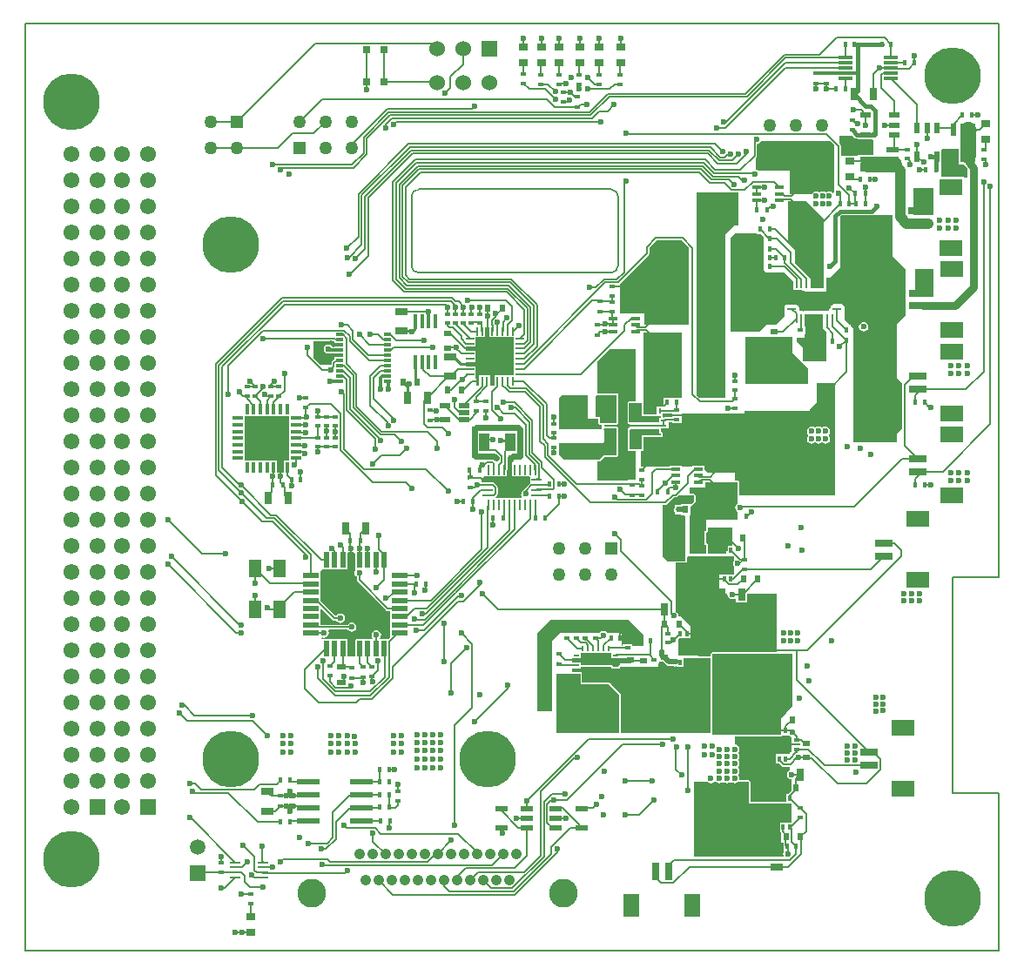
<source format=gtl>
G04*
G04 #@! TF.GenerationSoftware,Altium Limited,Altium Designer,18.1.9 (240)*
G04*
G04 Layer_Physical_Order=1*
G04 Layer_Color=255*
%FSLAX44Y44*%
%MOMM*%
G71*
G01*
G75*
%ADD10C,0.2540*%
%ADD11C,0.2000*%
%ADD14C,0.1524*%
%ADD16C,0.1520*%
%ADD18C,0.1500*%
%ADD19C,0.5000*%
%ADD21R,1.0000X1.6000*%
%ADD22R,0.8000X1.3000*%
%ADD23R,1.1112X0.2540*%
%ADD24R,1.6000X1.0000*%
%ADD25R,0.4500X0.6000*%
%ADD26R,0.4000X0.6000*%
%ADD27R,0.6000X0.8000*%
%ADD28R,1.3000X0.8000*%
%ADD29R,0.3000X0.6000*%
%ADD30R,1.6000X0.6000*%
%ADD31R,2.4000X1.6000*%
%ADD32R,0.6000X0.4000*%
%ADD33R,0.7000X1.8000*%
%ADD34R,1.6000X2.2000*%
%ADD35R,0.2600X0.9000*%
%ADD36R,0.9000X0.2600*%
%ADD37R,2.9500X1.9500*%
%ADD38C,0.6000*%
%ADD39R,0.8000X0.5500*%
%ADD40R,0.8000X0.6000*%
%ADD41R,0.6000X0.4500*%
%ADD42R,1.1000X0.6000*%
%ADD43R,0.5032X0.3556*%
%ADD44R,0.7500X0.7000*%
%ADD45R,1.0400X0.3300*%
%ADD46R,0.3300X1.0400*%
%ADD47R,3.7000X3.7000*%
%ADD48R,0.9000X0.5000*%
%ADD49R,2.2000X0.6000*%
%ADD50R,5.5000X1.4300*%
%ADD51R,0.7000X1.3000*%
%ADD52R,0.9000X0.7000*%
%ADD53R,1.2700X0.5588*%
%ADD54R,1.4500X0.3000*%
%ADD55R,0.6000X1.1000*%
%ADD56R,0.5588X1.2700*%
%ADD57R,1.3000X0.7000*%
%ADD58R,0.8400X0.2600*%
%ADD59R,0.2600X0.8400*%
%ADD60R,3.6000X3.6000*%
%ADD61R,0.4500X1.3500*%
%ADD62R,1.0000X0.4700*%
%ADD63R,1.0000X0.2500*%
%ADD64R,0.2500X1.0000*%
%ADD65R,3.4000X0.9800*%
%ADD66R,0.7000X0.3000*%
%ADD67R,1.8000X0.7000*%
%ADD68R,2.2000X1.6000*%
%ADD69R,1.2200X0.6000*%
%ADD70R,1.2000X1.8000*%
%ADD71R,1.5000X0.5500*%
%ADD72R,0.5500X1.5000*%
%ADD73R,1.0000X1.8000*%
%ADD74R,0.8500X0.3500*%
%ADD75R,0.2400X0.6000*%
%ADD76R,0.6000X0.2400*%
%ADD77R,0.2400X0.5750*%
%ADD78R,0.5750X0.2400*%
%ADD138R,1.7900X0.2200*%
%ADD139R,2.7000X0.8500*%
%ADD140R,2.7000X1.4500*%
%ADD141C,0.2500*%
%ADD142C,0.6000*%
%ADD143C,0.3000*%
%ADD144C,0.4000*%
%ADD145C,0.4500*%
%ADD146C,1.0000*%
%ADD147C,1.5000*%
%ADD148C,0.7500*%
%ADD149C,1.0668*%
%ADD150C,2.7940*%
%ADD151C,1.2700*%
%ADD152R,1.2700X1.2700*%
%ADD153R,1.5240X1.5240*%
%ADD154C,1.5240*%
%ADD155C,2.5400*%
%ADD156R,1.5500X1.5500*%
%ADD157C,1.5500*%
%ADD158C,1.5000*%
%ADD159R,1.5000X1.5000*%
%ADD160C,5.5000*%
G36*
X805943Y791152D02*
X805943Y791152D01*
X807191Y790318D01*
X808664Y790025D01*
X808664Y790025D01*
X809916D01*
Y789349D01*
X823964D01*
X824504Y788303D01*
Y774511D01*
X809916D01*
Y772946D01*
X807877D01*
Y773470D01*
X795829D01*
Y772946D01*
X793609D01*
Y782604D01*
X793431Y783496D01*
X792926Y784252D01*
X791464Y785714D01*
Y792484D01*
X804612D01*
X805943Y791152D01*
D02*
G37*
G36*
X907526Y765192D02*
X912806D01*
X913021Y764759D01*
X913045Y764738D01*
X913059Y764711D01*
X915924Y761077D01*
Y752500D01*
X912864D01*
Y752772D01*
X890524D01*
Y765192D01*
X890968D01*
Y779240D01*
X892014Y779780D01*
X907526D01*
Y765192D01*
D02*
G37*
G36*
X786384Y784202D02*
Y737815D01*
X785508Y737454D01*
X785114Y737370D01*
X783690Y738322D01*
X781925Y738673D01*
X780160Y738322D01*
X778790Y737406D01*
X778686Y737562D01*
X777190Y738561D01*
X775425Y738913D01*
X773660Y738561D01*
X772163Y737562D01*
X772059Y737406D01*
X770690Y738322D01*
X768925Y738673D01*
X767160Y738322D01*
X765663Y737322D01*
X764973Y736288D01*
X743204D01*
Y749222D01*
X743126Y749400D01*
Y759341D01*
X712586D01*
X711619Y759987D01*
X710184Y760273D01*
Y771302D01*
X711022Y772140D01*
X711527Y772896D01*
X711705Y773788D01*
Y784785D01*
X713229Y785089D01*
X714726Y786088D01*
X715668Y787498D01*
X783088D01*
X786384Y784202D01*
D02*
G37*
G36*
X883000Y715664D02*
X863600D01*
Y742028D01*
X883000D01*
Y715664D01*
D02*
G37*
G36*
X759743Y728980D02*
X776224Y712499D01*
X776224Y645858D01*
X775326Y644960D01*
X763524Y644963D01*
Y654278D01*
X762686Y655116D01*
Y655142D01*
X762660D01*
X748284Y669519D01*
Y681926D01*
X741870Y688340D01*
Y728980D01*
X759743Y728980D01*
D02*
G37*
G36*
X882904Y636576D02*
X865124D01*
Y662940D01*
X882904D01*
Y636576D01*
D02*
G37*
G36*
X711358Y697302D02*
X715511D01*
X718350Y694463D01*
Y662628D01*
X720890Y660088D01*
X738670D01*
X747039Y651720D01*
Y643094D01*
X755664D01*
X756450Y642308D01*
X758234D01*
Y623790D01*
X756441Y621997D01*
X751536Y626902D01*
Y627592D01*
X750846D01*
X749805Y628633D01*
X740867D01*
X739615Y628652D01*
X739615Y628653D01*
Y628653D01*
X739535Y628732D01*
X738670Y627868D01*
X738670Y627801D01*
X738670Y617498D01*
X730460Y609288D01*
X721541D01*
X714233Y601980D01*
X685644D01*
Y646840D01*
Y693422D01*
X690410Y698188D01*
X711358Y698188D01*
Y697302D01*
D02*
G37*
G36*
X645414Y683829D02*
Y609390D01*
X601951Y609390D01*
X601951Y620522D01*
X578104Y620522D01*
Y648508D01*
X578224Y648588D01*
X606168Y676532D01*
X606673Y677288D01*
X606703Y677436D01*
X606851Y678180D01*
Y683721D01*
X614219Y691089D01*
X638153D01*
X645414Y683829D01*
D02*
G37*
G36*
X775540Y605423D02*
X778675Y602288D01*
Y573728D01*
X756175D01*
Y586704D01*
X750080Y592798D01*
Y596588D01*
X757700Y596588D01*
Y600104D01*
X758434D01*
Y607152D01*
X757700D01*
Y619448D01*
X775540Y619448D01*
Y605423D01*
D02*
G37*
G36*
X300427Y592752D02*
X300626Y592619D01*
Y587483D01*
X298562D01*
X297902Y588471D01*
X296405Y589471D01*
X294640Y589823D01*
X292875Y589471D01*
X291378Y588471D01*
X290378Y586975D01*
X290027Y585210D01*
X290378Y583445D01*
X291378Y581948D01*
X292875Y580948D01*
X294640Y580597D01*
X296405Y580948D01*
X296957Y581317D01*
X300626D01*
Y575727D01*
X300265Y575486D01*
X298466Y573687D01*
X297961Y572930D01*
X297783Y572038D01*
Y570045D01*
X286971D01*
X280306Y576710D01*
Y593417D01*
X299762D01*
X300427Y592752D01*
D02*
G37*
G36*
X746020Y581391D02*
X760984Y566427D01*
Y551629D01*
X700024D01*
X700024Y596885D01*
X746020D01*
X746020Y581391D01*
D02*
G37*
G36*
X451396Y597034D02*
X475346D01*
Y588084D01*
Y578084D01*
Y568084D01*
Y559782D01*
X456396D01*
Y550125D01*
X452044D01*
Y559782D01*
X441396D01*
Y550125D01*
X438313D01*
X438243Y550295D01*
Y556430D01*
X437653Y557020D01*
X438094Y558084D01*
X438094D01*
Y568732D01*
X428399D01*
Y573084D01*
X438094D01*
Y583732D01*
X428399D01*
Y588084D01*
X438094D01*
Y597034D01*
X447044D01*
Y606468D01*
X451396D01*
Y597034D01*
D02*
G37*
G36*
X685823Y738012D02*
X686714Y737834D01*
X693252D01*
Y705723D01*
X689242D01*
X681084Y697565D01*
Y538293D01*
X655508D01*
X652974Y540826D01*
Y698413D01*
Y738124D01*
X685655D01*
X685823Y738012D01*
D02*
G37*
G36*
X593515Y534840D02*
X592275D01*
X591109Y534357D01*
X591092Y534316D01*
X587219D01*
X586053Y533833D01*
X585570Y532667D01*
X585570Y514129D01*
X586053Y512962D01*
X587219Y512479D01*
X587391Y512307D01*
X587391Y509670D01*
X586825Y508635D01*
X586250Y508059D01*
X585766Y506892D01*
X585766Y487754D01*
X586250Y486588D01*
X587416Y486105D01*
X592072D01*
X592275Y486021D01*
X593515D01*
X593515Y458206D01*
X585574D01*
Y457962D01*
X556564D01*
Y475870D01*
X558069D01*
X559236Y476354D01*
X563503Y480621D01*
X575160Y480621D01*
X576326Y481104D01*
X576810Y482270D01*
Y508186D01*
X576684Y508489D01*
X576684Y508818D01*
X576452Y509050D01*
X576326Y509353D01*
X576023Y509478D01*
X575791Y509710D01*
X575616Y509783D01*
X575297Y509783D01*
X575004Y509908D01*
X563734Y510044D01*
X563074Y511314D01*
X563467Y512063D01*
X575261Y512063D01*
X576427Y512547D01*
X576910Y513713D01*
X576910Y540690D01*
X576427Y541857D01*
X575261Y542340D01*
X556564Y542340D01*
Y573821D01*
X568062Y585320D01*
X593515D01*
X593515Y534840D01*
D02*
G37*
G36*
X787384Y552418D02*
X787384Y522597D01*
Y442766D01*
X694693D01*
Y455930D01*
X694210Y457096D01*
X693044Y457580D01*
X690100D01*
Y464899D01*
X663661D01*
X660208Y468352D01*
Y472054D01*
X648660D01*
Y470904D01*
X638208D01*
Y472054D01*
X626660D01*
Y471109D01*
X612780D01*
X611889Y470932D01*
X611848Y470904D01*
X598948D01*
Y486034D01*
X600082Y486504D01*
X600980Y487402D01*
X601463Y488568D01*
X601463Y492361D01*
X600980Y493528D01*
X600877Y493571D01*
Y499760D01*
X618391D01*
X619557Y500243D01*
X620041Y501409D01*
Y503161D01*
X619557Y504328D01*
X618391Y504811D01*
X618077D01*
Y507790D01*
X618325Y508161D01*
X625475D01*
Y514397D01*
X629206D01*
Y513204D01*
X638254D01*
Y520252D01*
X629206D01*
Y519059D01*
X621794D01*
X621139Y518928D01*
X620284Y519382D01*
X619869Y519718D01*
Y520361D01*
X619675Y520829D01*
Y522555D01*
X629206D01*
Y522204D01*
X638254D01*
Y522597D01*
X699394D01*
Y525330D01*
X761704D01*
X762871Y525813D01*
X763348Y526965D01*
X769862Y533480D01*
X769863Y552418D01*
X787384Y552418D01*
D02*
G37*
G36*
X638311Y538270D02*
X620929D01*
Y529447D01*
X619675Y529409D01*
Y529409D01*
X614227D01*
Y522011D01*
X601135D01*
Y529031D01*
X601291Y529409D01*
X601291Y533190D01*
X601135Y533569D01*
Y601698D01*
X638311D01*
Y538270D01*
D02*
G37*
G36*
X256726Y515040D02*
X256726D01*
Y514888D01*
X256726D01*
Y508540D01*
X256726D01*
Y508388D01*
X256726D01*
Y503158D01*
X256726Y502040D01*
X256726D01*
Y501888D01*
X256726D01*
Y495540D01*
X256726D01*
Y495388D01*
X256726D01*
Y490158D01*
X256726Y489040D01*
X256726D01*
Y488888D01*
X256726D01*
Y483658D01*
X256726Y482540D01*
X256726D01*
Y482388D01*
X256726D01*
Y477088D01*
X251426D01*
Y465342D01*
X244774D01*
Y477088D01*
X239544D01*
X238426Y477088D01*
Y477088D01*
X238274D01*
Y477088D01*
X231926D01*
Y477088D01*
X231774D01*
Y477088D01*
X225426D01*
Y477088D01*
X225274D01*
Y477088D01*
X218926D01*
Y477088D01*
X218774D01*
Y477088D01*
X213474D01*
Y482388D01*
X213474D01*
Y482540D01*
X213474D01*
Y488888D01*
X213474D01*
Y489040D01*
X213474D01*
Y495388D01*
X213474D01*
Y495540D01*
X213474D01*
Y501888D01*
X213474D01*
Y502040D01*
X213474D01*
Y508388D01*
X213474D01*
Y508540D01*
X213474D01*
Y514888D01*
X213474D01*
Y515040D01*
X213474D01*
Y520340D01*
X218774D01*
X218774Y520340D01*
X218926D01*
Y520340D01*
X220044Y520340D01*
X225274D01*
Y520340D01*
X225426D01*
Y520340D01*
X231774D01*
Y520340D01*
X231926D01*
Y520340D01*
X238274D01*
Y520340D01*
X238426D01*
Y520340D01*
X244774D01*
Y520340D01*
X244926D01*
Y520340D01*
X251274D01*
Y520340D01*
X251426D01*
Y520340D01*
X256726D01*
Y515040D01*
D02*
G37*
G36*
X599642Y533190D02*
X599642Y529409D01*
X599227D01*
Y520361D01*
X618219D01*
Y518609D01*
X616427D01*
Y514129D01*
X587219Y514129D01*
X587219Y532667D01*
X592275D01*
Y533190D01*
X599642Y533190D01*
D02*
G37*
G36*
X575261Y540690D02*
X575261Y513713D01*
X558952Y513713D01*
Y519016D01*
X554990D01*
X554990Y539793D01*
X555887Y540690D01*
X575261Y540690D01*
D02*
G37*
G36*
X547370Y517190D02*
X557303D01*
Y513713D01*
X557786Y512547D01*
X558952Y512063D01*
X560990D01*
Y507671D01*
X519092D01*
Y537812D01*
X521970Y540690D01*
X547370D01*
Y517190D01*
D02*
G37*
G36*
X843280Y715518D02*
X843280Y675832D01*
X855726Y663044D01*
Y618468D01*
X847568Y610310D01*
X847568Y557466D01*
X852990Y551895D01*
X852834Y551116D01*
Y508067D01*
X847568Y502800D01*
Y494988D01*
X805248Y494988D01*
X805248Y605295D01*
X802327Y608217D01*
Y608711D01*
X801833D01*
X797090Y613453D01*
X797090Y627068D01*
X794550Y629608D01*
X785440D01*
Y628652D01*
X784381Y627592D01*
X783189D01*
Y626400D01*
X781557Y624768D01*
X778659D01*
Y654668D01*
X782940D01*
X792940Y664668D01*
X792940Y714581D01*
X793877Y715518D01*
X843280Y715518D01*
D02*
G37*
G36*
X616427Y507790D02*
Y503161D01*
X618391D01*
Y501409D01*
X599227D01*
Y492361D01*
X599814D01*
X599814Y488568D01*
X598916Y487670D01*
X592275Y487670D01*
Y487754D01*
X587416D01*
X587416Y506892D01*
X588314Y507790D01*
X616427Y507790D01*
D02*
G37*
G36*
X574984Y508259D02*
X575160Y508186D01*
Y482270D01*
X562820Y482271D01*
X558069Y477520D01*
X524180D01*
X519104Y482596D01*
Y493701D01*
X561511D01*
X562678Y494184D01*
X563161Y495350D01*
Y506018D01*
X562678Y507185D01*
X563058Y508402D01*
X574984Y508259D01*
D02*
G37*
G36*
X473130Y474200D02*
Y461376D01*
X489694D01*
X490880Y461174D01*
Y455131D01*
X490756Y455048D01*
X485016Y449308D01*
X484511Y448552D01*
X484499Y448494D01*
X483402Y447762D01*
X482402Y446265D01*
X482051Y444500D01*
X482402Y442735D01*
X483098Y441694D01*
X482509Y440424D01*
X457651D01*
X457266Y441694D01*
X457352Y441752D01*
X458852Y443252D01*
X459357Y444008D01*
X459535Y444900D01*
Y450500D01*
X459357Y451392D01*
X458852Y452148D01*
X456042Y454959D01*
X455928Y455034D01*
Y456174D01*
X443904D01*
Y459320D01*
X446957Y462373D01*
X448130Y461887D01*
Y461376D01*
X468678D01*
Y467582D01*
X468771Y467722D01*
X468949Y468614D01*
Y474200D01*
X473130D01*
D02*
G37*
G36*
X650240Y437251D02*
X647416Y434427D01*
X646554Y434784D01*
Y434784D01*
X637506D01*
Y433784D01*
X631444D01*
Y431229D01*
X631177Y430830D01*
X630865Y429260D01*
X631177Y427690D01*
X631444Y427291D01*
Y424736D01*
X637506D01*
Y423736D01*
X641132D01*
X642030Y422838D01*
X642030Y379222D01*
X624281Y379222D01*
X619760Y383969D01*
Y433641D01*
X622356D01*
X623248Y433818D01*
X624004Y434324D01*
X630785Y441105D01*
X632363D01*
X633255Y441283D01*
X634011Y441788D01*
X635239Y443017D01*
X650240D01*
Y437251D01*
D02*
G37*
G36*
X693044Y435463D02*
X691682Y434554D01*
X690683Y433057D01*
X690331Y431292D01*
X690683Y429527D01*
X691682Y428030D01*
X693044Y427121D01*
Y419200D01*
X661924D01*
Y408084D01*
X660304D01*
Y395036D01*
X661924D01*
Y386138D01*
X646135D01*
Y423736D01*
X646554D01*
Y431803D01*
X647416Y432777D01*
X647719Y432903D01*
X648047D01*
X648279Y433135D01*
X648583Y433260D01*
X651406Y436084D01*
X651890Y437251D01*
Y443017D01*
X651406Y444183D01*
X650240Y444666D01*
X646135D01*
Y451009D01*
X661302D01*
Y455930D01*
X693044D01*
Y435463D01*
D02*
G37*
G36*
X687324Y394444D02*
X683246D01*
Y388620D01*
X681736D01*
X681736Y386080D01*
X663612Y386080D01*
X663574Y386138D01*
Y395036D01*
X663090Y396202D01*
X661954Y396673D01*
Y406447D01*
X663090Y406918D01*
X663574Y408084D01*
Y412242D01*
X687324Y412242D01*
Y394444D01*
D02*
G37*
G36*
X688753Y384140D02*
X688904Y383989D01*
Y378705D01*
X688782Y378523D01*
X688431Y376757D01*
X688782Y374992D01*
X688904Y374810D01*
Y366444D01*
X683246D01*
Y366444D01*
X682559Y365759D01*
X675294Y365782D01*
X675294Y347472D01*
X682389D01*
X682891Y346860D01*
X683242Y345095D01*
X684242Y343598D01*
X685739Y342598D01*
X687504Y342247D01*
X689269Y342598D01*
X690030Y343107D01*
X691300Y342428D01*
Y339026D01*
X702348D01*
Y347472D01*
X730803Y347472D01*
X730803Y290529D01*
X694944Y290529D01*
Y290529D01*
X694844Y290429D01*
X668020Y290430D01*
X666854Y289946D01*
X666370Y288780D01*
Y286203D01*
X654304D01*
X654304Y302156D01*
X635000Y302156D01*
Y303457D01*
X635703Y304160D01*
X639958D01*
Y304234D01*
X646554D01*
Y316106D01*
X637556Y325104D01*
X635821D01*
X635081Y326006D01*
X634729Y327771D01*
X633730Y329267D01*
X632616Y330011D01*
X632616Y377572D01*
X642030Y377572D01*
X643196Y378055D01*
X643196Y378055D01*
X643679Y379222D01*
X643679Y383335D01*
X644578Y384232D01*
X688753Y384140D01*
D02*
G37*
G36*
X320794Y386674D02*
Y371080D01*
X320794D01*
X321063Y370576D01*
X320542Y369797D01*
X320191Y368032D01*
X320542Y366267D01*
X321542Y364770D01*
X322486Y364140D01*
Y360841D01*
X322662Y359954D01*
X323165Y359202D01*
X350902Y331465D01*
X351654Y330962D01*
X352542Y330785D01*
X355044D01*
Y320830D01*
Y312830D01*
Y304856D01*
X353316Y303128D01*
X345519D01*
X345043Y304398D01*
X345830Y305575D01*
X346181Y307340D01*
X345830Y309105D01*
X344830Y310602D01*
X343333Y311602D01*
X341568Y311953D01*
X339803Y311602D01*
X338306Y310602D01*
X337307Y309105D01*
X336955Y307340D01*
X337307Y305575D01*
X338093Y304398D01*
X337690Y303324D01*
X337530Y303128D01*
X320794D01*
Y286512D01*
X313342D01*
Y303128D01*
X288946D01*
X287876Y304198D01*
X288686Y305184D01*
X289003Y304972D01*
X290768Y304621D01*
X292533Y304972D01*
X294030Y305972D01*
X295030Y307469D01*
X295381Y309234D01*
X295030Y310999D01*
X294789Y311359D01*
X295468Y312629D01*
X313616D01*
X314238Y311698D01*
X315735Y310699D01*
X317500Y310347D01*
X319265Y310699D01*
X320762Y311698D01*
X321762Y313195D01*
X322113Y314960D01*
X321762Y316725D01*
X320762Y318222D01*
X319265Y319221D01*
X317500Y319573D01*
X315735Y319221D01*
X314238Y318222D01*
X313616Y317291D01*
X287092D01*
Y320830D01*
Y332607D01*
X288265Y333093D01*
X299297Y322062D01*
X300053Y321557D01*
X300945Y321379D01*
X302484D01*
X303106Y320448D01*
X304603Y319449D01*
X306368Y319097D01*
X308133Y319449D01*
X309630Y320448D01*
X310630Y321945D01*
X310981Y323710D01*
X310630Y325475D01*
X309630Y326972D01*
X308133Y327971D01*
X306368Y328323D01*
X304603Y327971D01*
X303106Y326972D01*
X302914Y326684D01*
X301391Y326560D01*
X287092Y340859D01*
Y352830D01*
Y360830D01*
Y369378D01*
X287092Y369378D01*
X287092D01*
X287939Y370235D01*
X287946Y370242D01*
X288794Y371080D01*
Y371080D01*
X288794Y371080D01*
X313342D01*
Y387565D01*
X319895Y387571D01*
X320794Y386674D01*
D02*
G37*
G36*
X586269Y322044D02*
X600964Y307349D01*
Y297054D01*
X590248Y297054D01*
Y298508D01*
X581200D01*
Y297063D01*
X579924D01*
Y308233D01*
X578385Y309772D01*
X565669D01*
X565626Y309837D01*
X564129Y310837D01*
X562364Y311188D01*
X560599Y310837D01*
X559103Y309837D01*
X559059Y309772D01*
X520171D01*
X512004Y301606D01*
Y274904D01*
X512002Y233150D01*
X498763Y233138D01*
X497864Y234035D01*
Y309205D01*
X510703Y322044D01*
X567224Y322044D01*
X586269Y322044D01*
D02*
G37*
G36*
X569590Y285079D02*
X578388D01*
X578388Y278374D01*
X577222Y277890D01*
X576740Y276729D01*
X571238D01*
X570756Y277890D01*
X569590Y278374D01*
X540138D01*
Y280527D01*
X531664D01*
X531664Y285079D01*
X540138D01*
Y290029D01*
X569590D01*
Y285079D01*
D02*
G37*
G36*
X666370Y284553D02*
X666370Y211654D01*
X579134Y211654D01*
X579034Y211804D01*
Y249577D01*
X578550Y250744D01*
X570088Y259206D01*
Y260577D01*
X568717D01*
X568530Y260764D01*
X567952Y261003D01*
X567376Y261248D01*
X541490Y261446D01*
Y269868D01*
X541007Y271034D01*
X539840Y271517D01*
X531770D01*
Y275079D01*
X540138D01*
Y276724D01*
X569590D01*
Y275079D01*
X578388D01*
Y276724D01*
X615484Y276724D01*
Y279840D01*
X616291D01*
Y281344D01*
X620006D01*
X622846Y278503D01*
X624178Y277614D01*
X625748Y277301D01*
X630175D01*
X630413Y277143D01*
X632178Y276791D01*
X632953Y276945D01*
X633910Y276160D01*
Y276160D01*
X639958D01*
Y284553D01*
X666370Y284553D01*
D02*
G37*
G36*
X539840Y260279D02*
X539964D01*
Y259809D01*
X567363Y259598D01*
X577384Y249577D01*
Y211804D01*
X516910Y211804D01*
Y269868D01*
X539840D01*
Y260279D01*
D02*
G37*
G36*
X745972Y288780D02*
Y237884D01*
X734853Y225622D01*
Y210366D01*
X716139D01*
Y210324D01*
X668020Y210324D01*
X668020Y288780D01*
X745972Y288780D01*
D02*
G37*
G36*
X742760Y209360D02*
X744257Y208361D01*
X745569Y208099D01*
Y201817D01*
X753910D01*
Y199865D01*
X745569D01*
Y193040D01*
X743803D01*
Y191792D01*
X743589Y191649D01*
X742437Y191366D01*
Y191366D01*
X736389D01*
X736388Y191366D01*
X735937D01*
Y191366D01*
X735118Y191366D01*
X729889D01*
Y182318D01*
X732907D01*
X735531Y179693D01*
X736288Y179188D01*
X737180Y179011D01*
X743803D01*
Y176062D01*
X743519Y176005D01*
X742022Y175006D01*
X741022Y173509D01*
X740671Y171744D01*
X741022Y169979D01*
X742022Y168482D01*
X743519Y167482D01*
X745284Y167131D01*
X745549Y166914D01*
X745549Y163804D01*
X744932D01*
Y156052D01*
X742024Y153144D01*
X740316D01*
Y144780D01*
X705230D01*
Y164630D01*
X704746Y165796D01*
X703580Y166280D01*
X695207D01*
X694401Y167261D01*
X694477Y167640D01*
X694126Y169405D01*
X693126Y170902D01*
Y171628D01*
X694126Y173125D01*
X694477Y174890D01*
X694126Y176655D01*
X693126Y178152D01*
Y178878D01*
X694126Y180375D01*
X694477Y182140D01*
X694126Y183905D01*
X693126Y185402D01*
X693577Y186628D01*
X694143Y187476D01*
X694494Y189241D01*
X694143Y191006D01*
X693143Y192502D01*
Y193080D01*
X694143Y194576D01*
X694494Y196341D01*
X694143Y198107D01*
X693143Y199603D01*
X691646Y200603D01*
X689881Y200954D01*
X689864Y200968D01*
Y208675D01*
X716139Y208675D01*
X716238Y208716D01*
X734853D01*
X736020Y209199D01*
X736284Y209838D01*
X742441D01*
X742760Y209360D01*
D02*
G37*
G36*
X703580Y143130D02*
X745534D01*
X745549Y143115D01*
Y125144D01*
X740316D01*
Y125144D01*
X739864D01*
Y125144D01*
X733816D01*
Y116096D01*
X734509D01*
Y116090D01*
X734687Y115198D01*
X735192Y114442D01*
X735352Y114282D01*
Y105456D01*
X737223D01*
Y102830D01*
X737260Y102645D01*
Y97076D01*
X737260D01*
X737726Y96205D01*
X737419Y95745D01*
X737067Y93980D01*
X737320Y92710D01*
X736525Y91440D01*
X650404D01*
Y164630D01*
X663340D01*
X663508Y164378D01*
X665004Y163379D01*
X666770Y163027D01*
X668535Y163379D01*
X670031Y164378D01*
X670199Y164630D01*
X671434D01*
X671602Y164378D01*
X673099Y163379D01*
X674864Y163027D01*
X676629Y163379D01*
X677828Y164179D01*
X678614Y164302D01*
X679400Y164179D01*
X680599Y163379D01*
X682364Y163027D01*
X684129Y163379D01*
X685328Y164179D01*
X686114Y164302D01*
X686900Y164179D01*
X688099Y163379D01*
X689864Y163027D01*
X691629Y163379D01*
X693126Y164378D01*
X693294Y164630D01*
X703580D01*
Y143130D01*
D02*
G37*
%LPC*%
G36*
X771401Y510313D02*
X769636Y509962D01*
X768139Y508962D01*
X768036Y508806D01*
X766666Y509721D01*
X764901Y510073D01*
X763136Y509721D01*
X761639Y508722D01*
X760639Y507225D01*
X760288Y505460D01*
X760639Y503695D01*
X761440Y502496D01*
X761561Y501650D01*
X761440Y500804D01*
X760639Y499605D01*
X760288Y497840D01*
X760639Y496075D01*
X761639Y494578D01*
X763136Y493578D01*
X764901Y493227D01*
X766666Y493578D01*
X768151Y494571D01*
X769636Y493578D01*
X771401Y493227D01*
X773166Y493578D01*
X774651Y494571D01*
X776136Y493578D01*
X777901Y493227D01*
X779666Y493578D01*
X781162Y494578D01*
X782162Y496075D01*
X782513Y497840D01*
X782162Y499605D01*
X781361Y500804D01*
X781241Y501650D01*
X781361Y502496D01*
X782162Y503695D01*
X782513Y505460D01*
X782162Y507225D01*
X781162Y508722D01*
X779666Y509721D01*
X777901Y510073D01*
X776136Y509721D01*
X774766Y508806D01*
X774662Y508962D01*
X773166Y509962D01*
X771401Y510313D01*
D02*
G37*
G36*
X815340Y611673D02*
X813575Y611321D01*
X812078Y610322D01*
X811078Y608825D01*
X810727Y607060D01*
X811078Y605295D01*
X812078Y603798D01*
X813575Y602799D01*
X815340Y602447D01*
X817105Y602799D01*
X818602Y603798D01*
X819602Y605295D01*
X819953Y607060D01*
X819602Y608825D01*
X818602Y610322D01*
X817105Y611321D01*
X815340Y611673D01*
D02*
G37*
%LPD*%
D10*
X734472Y171744D02*
X735456Y170760D01*
Y157280D02*
Y170760D01*
Y153736D02*
Y157280D01*
X730340Y148620D02*
X735456Y153736D01*
D11*
X570484Y645950D02*
X580926D01*
X257442Y140724D02*
X260884D01*
X254000D02*
X257442D01*
X257472Y150724D02*
X260944D01*
X254000D02*
X257472D01*
X260884Y140724D02*
X273864D01*
X247904D02*
X254000D01*
X260944Y150724D02*
X273984D01*
X247904D02*
X254000D01*
X626913Y450983D02*
X632434D01*
X624760Y448830D02*
X626913Y450983D01*
X632434D02*
Y455780D01*
X581660Y637534D02*
Y639058D01*
X365500Y622148D02*
X392500D01*
Y612140D02*
Y622148D01*
X513649Y512871D02*
Y519237D01*
X694944Y432244D02*
X806132D01*
X578866Y389352D02*
Y400050D01*
Y389352D02*
X628468Y339749D01*
X573024Y405892D02*
X578866Y400050D01*
X694944Y431292D02*
Y432244D01*
X806132D02*
X852654Y478766D01*
X628468Y328006D02*
Y339749D01*
Y328006D02*
X630468Y326006D01*
X855408Y491428D02*
X868070Y478766D01*
X469392Y255029D02*
Y258572D01*
X437382Y223018D02*
X469392Y255029D01*
X405240Y509550D02*
X411370Y503420D01*
X391227Y509550D02*
X405240D01*
X387858Y535186D02*
X391046Y538374D01*
X387858Y512919D02*
Y535186D01*
Y512919D02*
X391227Y509550D01*
X683401Y528179D02*
X690270D01*
X441898Y625856D02*
Y627380D01*
Y620896D02*
Y625856D01*
X852654Y478766D02*
X868070D01*
X855408Y491428D02*
Y551116D01*
X862076Y557784D01*
X866843D01*
X868070Y559011D01*
X679971Y472440D02*
X687458D01*
X679971Y482025D02*
X687458D01*
X679971Y491610D02*
X687458D01*
X386000Y572640D02*
X387096Y571544D01*
Y565475D02*
Y571544D01*
Y565475D02*
X393822Y558748D01*
X411420D01*
X441706Y620704D02*
X441898Y620896D01*
X238384Y152014D02*
X239674Y150724D01*
X247904D01*
X273864Y140724D02*
X275274Y139314D01*
X235234Y136164D02*
X243344D01*
X247904Y140724D01*
X273984Y150724D02*
X275174Y151914D01*
X694944Y501196D02*
X702430D01*
X679971D02*
X687458D01*
X694944Y491610D02*
X695025Y491692D01*
X702430D01*
X702390Y482025D02*
X702430Y482066D01*
X694944Y482025D02*
X702390D01*
X694944Y472440D02*
X702430D01*
X656434Y304434D02*
Y308684D01*
X646684Y294684D02*
X656434Y304434D01*
X643434Y308684D02*
X649934D01*
X585724Y309414D02*
X588194Y311884D01*
X585724Y304734D02*
Y309414D01*
X588264Y283324D02*
X589014Y282574D01*
X600964D01*
X411420Y558748D02*
X413330D01*
X391046Y538374D02*
X411420Y558748D01*
X413330D02*
X420490Y565908D01*
X432370D01*
X633399Y197699D02*
Y198500D01*
X632700Y197000D02*
X633399Y197699D01*
X632700Y176800D02*
Y197000D01*
X644199Y196775D02*
Y198900D01*
X644024Y196600D02*
X644199Y196775D01*
X644024Y156421D02*
Y196600D01*
X644001Y156398D02*
X644024Y156421D01*
X632700Y176800D02*
X638500Y171000D01*
X791000Y736900D02*
X792397Y735503D01*
Y726440D02*
Y735503D01*
X801060Y742380D02*
X807137Y736600D01*
D14*
X841994Y858314D02*
X859258D01*
X569290Y622126D02*
X570484Y623320D01*
Y621876D02*
Y623320D01*
Y616146D02*
Y621876D01*
X449220Y624780D02*
X449392Y624608D01*
Y602758D02*
Y602930D01*
X423944Y544000D02*
X434002Y554058D01*
X445133Y457353D02*
X459740D01*
X514559Y128630D02*
X525780D01*
X230124Y87612D02*
X231210Y86526D01*
X584200Y795020D02*
X584584Y794636D01*
X779246D01*
X554745Y645160D02*
X562868Y653284D01*
X548443Y645160D02*
X554745D01*
X562868Y653284D02*
X575313D01*
X582342Y660312D01*
Y747264D01*
X584200Y749122D01*
X639119Y693420D02*
X648716Y683823D01*
X613253Y693420D02*
X639119D01*
X604520Y684687D02*
X613253Y693420D01*
X648716Y541788D02*
Y683823D01*
X576576Y650236D02*
X604520Y678180D01*
Y684687D01*
X564131Y650236D02*
X576576D01*
X484803Y570908D02*
X564131Y650236D01*
X551665Y632714D02*
X559642D01*
X538549Y139040D02*
X552044D01*
X441880Y467900D02*
Y472440D01*
X449314Y453311D02*
X454394D01*
X240547Y461111D02*
X240840Y461404D01*
X240547Y451951D02*
Y461111D01*
X816872Y812941D02*
X817164Y813234D01*
X865704Y458902D02*
X873068Y466266D01*
X865704Y540213D02*
X872001Y546511D01*
X382801Y760476D02*
X657295D01*
X384063Y757428D02*
X655705D01*
X381538Y763524D02*
X658558D01*
X380276Y766572D02*
X659820D01*
X379013Y769620D02*
X661083D01*
X376488Y775716D02*
X663607D01*
X375226Y778764D02*
X664870D01*
X373963Y781812D02*
X666133D01*
X372701Y784860D02*
X670560D01*
X369842Y657133D02*
Y728980D01*
X369842D02*
Y743207D01*
X384063Y757428D01*
X366794Y744469D02*
X382801Y760476D01*
X363746Y745732D02*
X381538Y763524D01*
X360680Y746976D02*
X380276Y766572D01*
X357632Y748239D02*
X379013Y769620D01*
X333370Y732598D02*
X376488Y775716D01*
X330322Y733860D02*
X375226Y778764D01*
X327274Y735123D02*
X373963Y781812D01*
X324104Y736263D02*
X372701Y784860D01*
X324104Y694690D02*
Y736263D01*
X327274Y687192D02*
Y735123D01*
X330322Y682366D02*
Y733860D01*
X333370Y676016D02*
Y732598D01*
X357632Y652101D02*
Y748239D01*
X360680Y653364D02*
Y746976D01*
X363746Y654608D02*
Y745732D01*
X366794Y655871D02*
Y744469D01*
X655705Y757428D02*
X665918Y747215D01*
X679665D01*
X667508Y750263D02*
X684093D01*
X657295Y760476D02*
X667508Y750263D01*
X670560Y784860D02*
X678180Y777240D01*
X666133Y781812D02*
X675991Y771954D01*
X664870Y778764D02*
X674728Y768906D01*
X663607Y775716D02*
X673465Y765858D01*
X661083Y769620D02*
X670992Y759710D01*
X659820Y766572D02*
X669730Y756663D01*
X658558Y763524D02*
X668771Y753310D01*
X669730Y756663D02*
X708917D01*
X670992Y759710D02*
X695296D01*
X673465Y765858D02*
X692054D01*
X674728Y768906D02*
X687626D01*
X675991Y771954D02*
X680369D01*
X695296Y759710D02*
X709374Y773788D01*
X668771Y753310D02*
X693217D01*
X708917Y756663D02*
X709854Y755726D01*
X357632Y652101D02*
X368637Y641096D01*
X692054Y765858D02*
X701040Y774845D01*
Y777240D01*
X687626Y768906D02*
X693420Y774700D01*
X683115D02*
X685800D01*
X680369Y771954D02*
X683115Y774700D01*
X679665Y747215D02*
X686714Y740165D01*
X497404Y448991D02*
X513051D01*
X484859Y565908D02*
X551665Y632714D01*
X467868Y641072D02*
X485346Y623595D01*
Y600184D02*
Y623595D01*
X481070Y595908D02*
X485346Y600184D01*
X469131Y644144D02*
X488394Y624880D01*
Y593804D02*
Y624880D01*
X485498Y590908D02*
X488394Y593804D01*
X470393Y647192D02*
X491442Y626143D01*
Y592542D02*
Y626143D01*
X484809Y585908D02*
X491442Y592542D01*
X471656Y650240D02*
X494490Y627406D01*
Y590595D02*
Y627406D01*
X484803Y580908D02*
X494490Y590595D01*
X472933Y653288D02*
X497538Y628683D01*
Y587953D02*
Y628683D01*
X485493Y575908D02*
X497538Y587953D01*
X474220Y602758D02*
X480060Y608598D01*
X409605Y641072D02*
X467868D01*
X468934Y603044D02*
Y608962D01*
Y603044D02*
X469220Y602758D01*
X468934Y608962D02*
X473600Y613628D01*
Y626660D01*
X622356Y435972D02*
X629820Y443436D01*
X632363D01*
X549959Y435972D02*
X622356D01*
X632363Y443436D02*
X644254Y455327D01*
Y461453D01*
X651581Y468780D02*
X654434D01*
X644254Y461453D02*
X651581Y468780D01*
X599484Y452302D02*
X599520Y452338D01*
Y458536D01*
X791708Y587714D02*
X798287Y594293D01*
X655530Y461184D02*
X655608Y461262D01*
X599520Y467536D02*
X604520Y472536D01*
X590098Y454432D02*
X597354D01*
X535809D02*
X590098D01*
X597354D02*
X599484Y452302D01*
X252256Y628904D02*
X408990D01*
X250993Y631952D02*
X414020D01*
X409581Y641096D02*
X409605Y641072D01*
X368637Y641096D02*
X409581D01*
X369900Y644144D02*
X469131D01*
X371162Y647192D02*
X470393D01*
X372425Y650240D02*
X471656D01*
X373687Y653288D02*
X472933D01*
X369842Y657133D02*
X373687Y653288D01*
X366794Y655871D02*
X372425Y650240D01*
X363746Y654608D02*
X371162Y647192D01*
X684093Y750263D02*
X688904Y745451D01*
X506884Y501180D02*
Y531736D01*
Y501180D02*
X509364Y498700D01*
X484562Y554058D02*
X506884Y531736D01*
X355133Y599400D02*
X360935Y593598D01*
X351900Y599400D02*
X355133D01*
X357940Y586740D02*
X396240D01*
X355600Y584400D02*
X357940Y586740D01*
X351900Y584400D02*
X355600D01*
X358346Y516162D02*
Y517954D01*
X338734Y537566D02*
X358346Y517954D01*
X338734Y537566D02*
Y557886D01*
X345248Y564400D01*
X351900D01*
X353060Y510540D02*
Y513080D01*
X335686Y530454D02*
X353060Y513080D01*
X335686Y530454D02*
Y559264D01*
X322062Y529695D02*
Y561253D01*
X319014Y528432D02*
Y559990D01*
X315966Y527170D02*
Y557567D01*
X309133Y559400D02*
X312918Y555615D01*
Y525907D02*
Y555615D01*
X307340Y543560D02*
X309724Y541176D01*
X335686Y559264D02*
X345822Y569400D01*
X309133Y564400D02*
X315966Y557567D01*
X467671Y486831D02*
Y495379D01*
X466647Y485807D02*
X467671Y486831D01*
X466647Y482631D02*
Y485807D01*
X466618Y482602D02*
X466647Y482631D01*
X466618Y468614D02*
Y482602D01*
X457594Y487141D02*
X463570Y481165D01*
Y475397D02*
Y481165D01*
X460904Y472731D02*
X463570Y475397D01*
X487184Y481792D02*
Y511987D01*
Y481792D02*
X495513Y473463D01*
X493256Y484308D02*
Y516348D01*
Y484308D02*
X502464Y475099D01*
X460904Y467900D02*
Y472731D01*
X502464Y470640D02*
Y475099D01*
Y470640D02*
X514390Y458714D01*
Y450330D02*
Y458714D01*
X475998Y533606D02*
X493256Y516348D01*
X465026Y533606D02*
X475998D01*
X444500Y472440D02*
X445961D01*
X441880D02*
X444500D01*
X451475Y487141D02*
X457594D01*
X443904Y494713D02*
X451475Y487141D01*
X455904Y467900D02*
Y473671D01*
X454389Y475186D02*
X455904Y473671D01*
X448707Y475186D02*
X454389D01*
X445961Y472440D02*
X448707Y475186D01*
X872580Y767080D02*
X873760D01*
X867444Y772216D02*
X872580Y767080D01*
X773616Y707659D02*
X792397Y726440D01*
X798287Y594293D02*
X798553Y594027D01*
X784863Y607717D02*
X798287Y594293D01*
X462280Y517272D02*
Y517673D01*
X459108Y528320D02*
X459930D01*
X453822Y526130D02*
Y544062D01*
Y526130D02*
X462280Y517673D01*
X462574Y496567D02*
X463762Y495379D01*
X462574Y496567D02*
X470491D01*
X454973Y496692D02*
Y497166D01*
X448465D02*
X454973D01*
X465215Y523034D02*
X476138D01*
X459930Y528320D02*
X465215Y523034D01*
X464820Y533400D02*
X465026Y533606D01*
X453822Y544062D02*
X459108Y549348D01*
X476138Y523034D02*
X487184Y511987D01*
X470416Y544102D02*
X485897D01*
X471678Y547150D02*
X487160D01*
X469220Y549608D02*
X471678Y547150D01*
X467360Y547158D02*
X470416Y544102D01*
X467360Y547158D02*
X467360D01*
X464394Y550124D02*
X467360Y547158D01*
X469220Y549608D02*
Y554058D01*
X446678Y495100D02*
Y495379D01*
X465904Y467900D02*
X466618Y468614D01*
X463762Y495379D02*
X467671D01*
X824840Y833120D02*
Y853210D01*
X830388Y858758D01*
X841994D01*
X816940Y742788D02*
X817137Y742591D01*
Y736600D02*
Y742591D01*
X816940Y736403D02*
X817137Y736600D01*
X816940Y726440D02*
Y736403D01*
X832380Y839024D02*
X844940Y826464D01*
X832380Y839024D02*
Y852208D01*
X833930Y853758D01*
X841994D01*
X472368Y461953D02*
X480060Y454261D01*
Y453281D02*
Y454261D01*
X470491Y496567D02*
X471678Y495379D01*
X446678D02*
X448465Y497166D01*
X495513Y468291D02*
Y473463D01*
X508363Y481878D02*
Y493221D01*
X500696Y495808D02*
X505315Y491189D01*
X500696Y495808D02*
Y529303D01*
X505315Y480616D02*
Y491189D01*
Y480616D02*
X549959Y435972D01*
X503744Y497840D02*
Y530565D01*
X508363Y481878D02*
X535809Y454432D01*
X503744Y497840D02*
X508363Y493221D01*
X497404Y453400D02*
X509228D01*
X485897Y544102D02*
X500696Y529303D01*
X487160Y547150D02*
X503744Y530565D01*
X474220Y554058D02*
X484562D01*
X432364Y460780D02*
Y467416D01*
X431880Y467900D02*
X432364Y467416D01*
X442719Y459767D02*
X445133Y457353D01*
X432365Y459767D02*
X442719D01*
X432365Y450779D02*
X436972D01*
X439411Y453311D02*
X439504D01*
X436880Y450780D02*
X439411Y453311D01*
X443220Y448400D02*
X449404D01*
X435284Y440464D02*
X443220Y448400D01*
X436972Y450779D02*
X439504Y453311D01*
X420054Y436880D02*
X426284D01*
X435284Y429260D02*
Y436880D01*
Y440464D01*
X389905Y468505D02*
X411370Y447040D01*
X329394Y468505D02*
X389905D01*
X454804Y414020D02*
Y421000D01*
X441960Y355745D02*
Y358140D01*
X426325Y340110D02*
X441960Y355745D01*
X444500Y347556D02*
X459893Y332164D01*
X729062Y220401D02*
X731972D01*
X730517Y218946D02*
X734622Y214841D01*
X744242D02*
X750093Y208991D01*
X699644Y380620D02*
Y399075D01*
X698371Y380494D02*
Y380620D01*
X754686Y205341D02*
X759673Y200354D01*
X754070Y94590D02*
Y110980D01*
X459893Y332164D02*
X621904D01*
X420620Y340110D02*
X426325D01*
X749456Y158280D02*
Y167728D01*
Y157280D02*
Y158280D01*
X225250Y76240D02*
Y76352D01*
Y76240D02*
X230924D01*
X223082Y78520D02*
X225250Y76352D01*
X223082Y78520D02*
Y91692D01*
X210574Y81240D02*
X215904Y86570D01*
X203924Y81240D02*
X210574D01*
X230124Y87612D02*
Y101600D01*
X203924Y18000D02*
X211040D01*
X219649D01*
X190500Y85740D02*
Y91440D01*
X797994Y880710D02*
X798114Y880830D01*
X354715Y812800D02*
X546100Y812800D01*
X332071Y790156D02*
X354715Y812800D01*
X546100Y812800D02*
X546100Y812800D01*
X745284Y171744D02*
X753472D01*
X750093Y205341D02*
Y208991D01*
X739413Y214841D02*
X744242D01*
X749456Y167728D02*
X753472Y171744D01*
X753876Y138920D02*
X759460Y133336D01*
Y116564D02*
Y133336D01*
X753876Y110980D02*
X759460Y116564D01*
X741680Y93980D02*
Y100704D01*
X740784Y101600D02*
X741680Y100704D01*
X741420Y81940D02*
X754070Y94590D01*
X730340Y81940D02*
X741420D01*
X759573Y187674D02*
X764919D01*
X759292Y187955D02*
X759573Y187674D01*
X739554Y102830D02*
Y113376D01*
X671614Y361920D02*
Y372670D01*
X665114Y361920D02*
Y366170D01*
X671614Y353260D02*
Y361920D01*
X750093Y292730D02*
X760684D01*
X726474D02*
X750093D01*
Y263827D02*
Y292730D01*
Y263827D02*
X820440Y193480D01*
X851494Y383540D02*
Y389970D01*
X760684Y292730D02*
X851494Y383540D01*
X751840Y187955D02*
X759292D01*
X750573D02*
X751840D01*
X743251Y186842D02*
X749650Y193241D01*
X739413Y186842D02*
X743251D01*
X750093Y193241D02*
Y196341D01*
X749650Y193241D02*
X750093D01*
X736840Y116090D02*
X739554Y113376D01*
X736840Y116090D02*
Y120620D01*
X723840Y124870D02*
X733590Y134620D01*
X723840Y120620D02*
Y124870D01*
Y120620D02*
X730340D01*
X739554Y102830D02*
X740784Y101600D01*
X743340Y151164D02*
X749456Y157280D01*
X743340Y148620D02*
Y151164D01*
Y148620D02*
X753040Y138920D01*
X753876D01*
Y110980D02*
X754070D01*
X646311Y81940D02*
X730340D01*
X630411Y66040D02*
X646311Y81940D01*
X618451Y66040D02*
X630411D01*
X613030Y71462D02*
X618451Y66040D01*
X613030Y71462D02*
Y77380D01*
X702040Y422640D02*
X706120Y426720D01*
X700894Y422640D02*
X702040D01*
X666270Y461262D02*
X669828Y464820D01*
X655608Y461262D02*
X666270D01*
X655530Y461184D02*
X655530D01*
X654434Y462280D02*
X655530Y461184D01*
X699304Y371494D02*
X822298D01*
X684037Y356420D02*
X692871D01*
X679770Y360687D02*
X684037Y356420D01*
X679770Y360687D02*
Y361920D01*
X673270D02*
X679770D01*
X671614D02*
X673270D01*
X666770D02*
X671614D01*
X665114D02*
X666770D01*
X698371Y380620D02*
X699304D01*
X695570D02*
X698371D01*
X686270Y389920D02*
X695570Y380620D01*
X694635Y376757D02*
X698371Y380494D01*
X693044Y376757D02*
X694635D01*
X683399Y401320D02*
X693088Y391631D01*
X697399Y401320D02*
X699644Y399075D01*
X791278Y745626D02*
Y782604D01*
X779246Y794636D02*
X791278Y782604D01*
Y745626D02*
X801397Y735507D01*
X699734Y740165D02*
X707643Y748074D01*
X686714Y740165D02*
X699734D01*
X697228Y749300D02*
X699768D01*
X693217Y753310D02*
X697228Y749300D01*
X707643Y748074D02*
X728304D01*
X711590Y742788D02*
X719192D01*
X724504Y723900D02*
X727004D01*
X721304Y720700D02*
X724504Y723900D01*
X709374Y787260D02*
X711464Y789350D01*
X709374Y773788D02*
Y787260D01*
X519104Y434750D02*
Y441960D01*
X505354Y421000D02*
X519104Y434750D01*
X621904Y318044D02*
Y332164D01*
X628396Y414782D02*
X634954D01*
X656104Y534400D02*
X687491D01*
X648716Y541788D02*
X656104Y534400D01*
X687491D02*
X690270Y537179D01*
X415667Y335157D02*
Y335157D01*
X420620Y340110D01*
X272978Y519118D02*
Y528660D01*
Y518322D02*
X273993Y519337D01*
X296903Y532384D02*
X306676Y522611D01*
X276702Y532384D02*
X296903D01*
X272978Y528660D02*
X276702Y532384D01*
X364294Y482346D02*
X370840Y488893D01*
X346375Y482346D02*
X364294D01*
X337820Y473791D02*
X346375Y482346D01*
X292346Y99060D02*
X302260Y108974D01*
X288199Y99060D02*
X292346D01*
X302260Y108974D02*
Y126036D01*
X299212Y135232D02*
X315720Y151740D01*
X299212Y110236D02*
Y135232D01*
X293624Y104648D02*
X299212Y110236D01*
X275590Y104648D02*
X293624D01*
X370015Y455771D02*
X375960Y449827D01*
X337817Y455771D02*
X370015D01*
X306676Y486913D02*
X337817Y455771D01*
X324804Y599440D02*
X334844Y589400D01*
X351900D01*
X335280Y599440D02*
X342859D01*
X347898Y594400D01*
X318668Y594620D02*
Y603352D01*
X313120Y608900D02*
X318668Y603352D01*
X307340Y608900D02*
X313120D01*
X413330Y850210D02*
X425704Y862584D01*
X413330Y839378D02*
Y850210D01*
X408572Y834620D02*
X413330Y839378D01*
X892301Y466266D02*
X938530Y512495D01*
Y743806D01*
X931926Y563615D02*
Y748284D01*
X914822Y546511D02*
X931926Y563615D01*
X209996Y445732D02*
X234729Y421000D01*
X188426Y467303D02*
X209996Y445732D01*
X407416Y281178D02*
Y318397D01*
X357152Y276642D02*
X415667Y335157D01*
X387790Y311590D02*
X421640Y345440D01*
X387427Y317104D02*
X418699Y348376D01*
X388387Y322374D02*
X475904Y409891D01*
X470904Y409202D02*
Y433900D01*
X389362Y327660D02*
X470904Y409202D01*
X386080Y327660D02*
X389362D01*
X418699Y348376D02*
X418699D01*
X378666Y322374D02*
X388387D01*
X475904Y409891D02*
Y433900D01*
X364068Y317104D02*
X387427D01*
X418699Y348376D02*
X490904Y420581D01*
X421640Y345440D02*
X424180D01*
X357152Y265172D02*
Y276642D01*
X434546Y236282D02*
Y298742D01*
X424180Y309108D02*
X434546Y298742D01*
X414020Y279400D02*
X429260Y294640D01*
X414020Y250924D02*
Y279400D01*
X219964Y74162D02*
X222886Y71240D01*
X400636Y489068D02*
X400812Y488893D01*
X400636Y489068D02*
Y495730D01*
X391147Y505219D02*
X400636Y495730D01*
X346537Y505219D02*
X391147D01*
X395028Y882846D02*
X400304Y877570D01*
X282013Y882846D02*
X395028D01*
X551165Y809752D02*
X558277Y816864D01*
X566192D01*
X572770Y823442D01*
X356250Y809752D02*
X551165D01*
X360677Y806704D02*
X559816D01*
X549902Y812800D02*
X567888Y830786D01*
X546100Y812800D02*
X549902D01*
X350520Y804022D02*
X356250Y809752D01*
X358140Y804167D02*
X360677Y806704D01*
X358140Y803958D02*
Y804167D01*
X167864Y75984D02*
X168152Y76272D01*
X188976D01*
X189008Y76240D01*
X203924D01*
X205740Y806573D02*
X282013Y882846D01*
X933704Y764540D02*
Y770723D01*
X818073Y162880D02*
X831726Y176533D01*
X789713Y162880D02*
X818073D01*
X764919Y187674D02*
X789713Y162880D01*
X777610Y180340D02*
X819800D01*
X824725Y193480D02*
X831726Y186479D01*
X820440Y193480D02*
X824725D01*
X831726Y176533D02*
Y186479D01*
X819800Y180340D02*
X820440Y180980D01*
X774700Y183250D02*
X777610Y180340D01*
X578489Y314799D02*
X581734Y318044D01*
X578489Y304264D02*
Y314799D01*
X570755Y526396D02*
X570801Y526350D01*
Y518396D02*
Y526350D01*
X353452Y815848D02*
X548640Y815848D01*
X329022Y791419D02*
X353452Y815848D01*
X548640Y815848D02*
X566626Y833834D01*
X315468Y658114D02*
X333370Y676016D01*
X314706Y658114D02*
X315468D01*
X301913Y573838D02*
X305900D01*
X414020Y631952D02*
X418592Y627380D01*
X188426Y569385D02*
X250993Y631952D01*
X360935Y593598D02*
X387858D01*
X570484Y632320D02*
Y636950D01*
X570290Y632126D02*
X570484Y632320D01*
X559054Y632126D02*
X570290D01*
X570484Y616146D02*
X571255Y615374D01*
X559054Y622126D02*
X569290D01*
X559054Y632126D02*
X559642Y632714D01*
X433832Y619590D02*
Y625602D01*
X434086Y625856D01*
X410514D02*
Y627380D01*
Y620754D02*
Y625856D01*
X418592D02*
Y627380D01*
Y620823D02*
Y625856D01*
X360680Y653364D02*
X369900Y644144D01*
X408990Y628904D02*
X410514Y627380D01*
X467546Y632714D02*
X473600Y626660D01*
X430276Y632714D02*
X467546D01*
X449392Y602930D02*
Y617489D01*
Y624608D01*
X459220Y602758D02*
Y611578D01*
X191474Y568122D02*
X252256Y628904D01*
X418473Y620704D02*
X418592Y620823D01*
X410464Y620704D02*
X410514Y620754D01*
X481070Y580908D02*
X484803D01*
X481070Y585908D02*
X484809D01*
X481070Y590908D02*
X485498D01*
X321310Y673354D02*
X330322Y682366D01*
X672604Y800596D02*
X681216D01*
X314706Y674624D02*
X327274Y687192D01*
X313644Y674624D02*
X314706D01*
X312674Y683260D02*
X324104Y694690D01*
X222702Y156914D02*
X228174Y162386D01*
X244916D01*
X248514Y165984D01*
X481070Y575908D02*
X485493D01*
X501527Y851973D02*
Y866388D01*
X801397Y726440D02*
Y735507D01*
X293068Y505460D02*
Y508878D01*
X292100Y509846D02*
X293068Y508878D01*
Y501209D02*
Y505460D01*
X292100Y500241D02*
X293068Y501209D01*
X292100Y509846D02*
X292958Y510704D01*
X292100Y500241D02*
X292958Y499383D01*
X284814Y499384D02*
Y510744D01*
X272951Y504190D02*
X273197Y504436D01*
X264474Y504190D02*
X272951D01*
X263450Y505214D02*
X264474Y504190D01*
X284144Y498714D02*
X284814Y499384D01*
X263450Y498714D02*
X284144D01*
X309724Y488175D02*
X329394Y468505D01*
X309724Y488175D02*
Y541176D01*
X604520Y478499D02*
X605751Y479730D01*
X604520Y472536D02*
Y478499D01*
X669828Y464820D02*
Y470904D01*
X860064Y764540D02*
Y767900D01*
X857504Y770460D02*
X860064Y767900D01*
X274320Y579400D02*
Y586740D01*
Y579400D02*
X288603Y565117D01*
X297180D01*
X318965Y761698D02*
X332071Y774804D01*
X250338Y761698D02*
X318965D01*
X248100Y759460D02*
X250338Y761698D01*
X240782Y764746D02*
X317702D01*
X240576Y764540D02*
X240782Y764746D01*
X317702D02*
X329022Y776066D01*
Y791419D01*
X425704Y862584D02*
Y877570D01*
X505190Y838470D02*
X515620Y828040D01*
X259670Y795020D02*
X280381D01*
X245823Y781173D02*
X259670Y795020D01*
X205740Y781173D02*
X245823D01*
X280381Y795020D02*
X291934Y806573D01*
X180340Y781173D02*
X205740D01*
X180340Y806573D02*
X205740D01*
X553694Y842973D02*
X557780D01*
X546890Y849777D02*
X553694Y842973D01*
X546890Y838470D02*
X568547D01*
X566626Y833834D02*
X700374D01*
X567888Y830786D02*
X701636D01*
X573050Y842973D02*
X578595D01*
X568547Y838470D02*
X573050Y842973D01*
X508307D02*
X515620Y835660D01*
X538480Y838200D02*
Y841236D01*
X490012Y838470D02*
X505190D01*
X484509Y843973D02*
X490012Y838470D01*
X501527Y842973D02*
X508307D01*
X519140Y843280D02*
X525780D01*
X519425Y854345D02*
Y866373D01*
X538443Y841273D02*
X539293Y842123D01*
X518832Y842973D02*
X519140Y843280D01*
X538443Y841273D02*
X538480Y841236D01*
X538443Y842973D02*
X539293Y842123D01*
X332071Y774804D02*
Y790156D01*
X332228Y837810D02*
Y845060D01*
X348728D02*
X399794D01*
X400304Y844550D01*
X350520Y800596D02*
Y804022D01*
X322062Y529695D02*
X346537Y505219D01*
X312572Y570742D02*
X322062Y561253D01*
X319014Y528432D02*
X345275Y502171D01*
X309604Y569400D02*
X319014Y559990D01*
X315966Y527170D02*
X345646Y497490D01*
X312918Y525907D02*
X340360Y498465D01*
X312572Y570742D02*
Y595960D01*
X345275Y502171D02*
X358989D01*
X420686Y114094D02*
X439104Y95675D01*
X345838Y114094D02*
X420686D01*
X401004Y94680D02*
X414020Y107696D01*
X312214Y119586D02*
X340346D01*
X309880Y121920D02*
X312214Y119586D01*
X340346D02*
X345838Y114094D01*
X354364Y126364D02*
X354614Y126614D01*
X354364Y119380D02*
Y126364D01*
X337820Y106584D02*
Y114300D01*
Y106584D02*
X350204Y94200D01*
X360112Y347980D02*
X362652Y350520D01*
X349068Y361060D02*
Y380104D01*
X341068Y353060D02*
X349068Y361060D01*
X283551Y341104D02*
X300945Y323710D01*
X306368D01*
X341068Y368624D02*
Y380104D01*
X226060Y125344D02*
X248514D01*
X162560Y154940D02*
X163634Y153866D01*
X197538D01*
X226060Y125344D01*
X170746Y156914D02*
X222702D01*
X165100Y162560D02*
X170746Y156914D01*
X160020Y162560D02*
X165100D01*
X152400Y238760D02*
X154940D01*
X157334Y223666D02*
X221100D01*
X149860Y231140D02*
X157334Y223666D01*
X154940Y238760D02*
X164748Y228952D01*
X221100Y223666D02*
X235326Y209440D01*
X164748Y228952D02*
X220980D01*
X315538Y139314D02*
X327274D01*
X302260Y126036D02*
X315538Y139314D01*
X315720Y151740D02*
X326644D01*
X284370Y265198D02*
Y276245D01*
Y265198D02*
X301504Y248064D01*
X289656Y264222D02*
Y281844D01*
X289560Y281940D02*
X289656Y281844D01*
Y264222D02*
X301461Y252418D01*
X296198Y261991D02*
X301791Y256398D01*
X296198Y261991D02*
Y267864D01*
X301461Y252418D02*
X335777D01*
X349394Y266035D01*
X301504Y248064D02*
X335734D01*
X301791Y256398D02*
X315762D01*
X335734Y248064D02*
X354104Y266434D01*
X272246Y274193D02*
X292157Y294104D01*
X272246Y254803D02*
Y274193D01*
X292157Y294104D02*
X293068D01*
X272246Y254803D02*
X285357Y241692D01*
X321654D01*
X417578Y219314D02*
X434546Y236282D01*
X417578Y122112D02*
Y219314D01*
X336996Y245016D02*
X357152Y265172D01*
X324978Y245016D02*
X336996D01*
X321654Y241692D02*
X324978Y245016D01*
X380248Y311590D02*
X387790D01*
X761609Y196341D02*
X774700Y183250D01*
X707614Y311590D02*
X726474Y292730D01*
X684850Y311590D02*
X707614D01*
X684850Y256404D02*
Y269680D01*
Y256404D02*
X726413Y214841D01*
X302076Y594400D02*
X305900D01*
X340360Y487680D02*
Y498465D01*
X358989Y502171D02*
X365760Y495400D01*
X345646Y496885D02*
Y497490D01*
X333888Y579400D02*
X351900D01*
X306676Y486913D02*
Y522611D01*
X345822Y569400D02*
X351900D01*
X681216Y800596D02*
X739378Y858758D01*
X797994D01*
X459108Y549348D02*
Y553946D01*
X459220Y554058D01*
X464506Y603044D02*
Y612010D01*
X464220Y602758D02*
X464506Y603044D01*
Y612010D02*
X468314Y615817D01*
X481070Y565908D02*
X484859D01*
X481070Y570908D02*
X484803D01*
X297180Y565117D02*
X300114Y568051D01*
X310347Y603186D02*
X315620Y597912D01*
Y592986D02*
Y597912D01*
Y592986D02*
X334206Y574400D01*
X231140Y595748D02*
X300728D01*
X302076Y594400D01*
X231103Y603186D02*
X310347D01*
X197485Y569568D02*
X231103Y603186D01*
X197485Y541020D02*
Y569568D01*
X334206Y574400D02*
X351900D01*
X318668Y594620D02*
X333888Y579400D01*
X347898Y594400D02*
X351900D01*
X309133Y599400D02*
X312572Y595960D01*
X305900Y599400D02*
X309133D01*
X305900Y569400D02*
X309604D01*
X305900Y564400D02*
X309133D01*
X305900Y559400D02*
X309133D01*
X701636Y830786D02*
X739608Y868758D01*
X700374Y833834D02*
X738345Y871806D01*
X867444Y800216D02*
Y823308D01*
X364068Y365104D02*
X381000D01*
X348728Y845060D02*
Y877060D01*
X487749Y92525D02*
Y119736D01*
X475708Y80484D02*
X487749Y92525D01*
X428588Y80484D02*
X475708D01*
X479533Y119736D02*
X487749D01*
X462849Y136419D02*
X479533Y119736D01*
X462849Y136419D02*
Y138736D01*
X487749Y145997D02*
X547698Y205946D01*
X487749Y138736D02*
Y145997D01*
X501388Y155325D02*
X534023Y187960D01*
X501388Y92868D02*
Y155325D01*
X484940Y76420D02*
X501388Y92868D01*
X504436Y144820D02*
X512015Y152400D01*
X504436Y91606D02*
Y144820D01*
X473790Y60960D02*
X504436Y91606D01*
X512015Y152400D02*
X524929D01*
X512740Y119720D02*
X515870D01*
X507484Y124976D02*
X512740Y119720D01*
X507484Y124976D02*
Y142667D01*
X511375Y146558D01*
X513649D01*
X538549Y120040D02*
Y123336D01*
X522845Y139040D02*
X538549Y123336D01*
X513649Y139040D02*
X522845D01*
X513649Y129540D02*
X514559Y128630D01*
X513649Y146558D02*
X526570D01*
X530401Y120040D02*
X538549D01*
X511858Y101497D02*
X530401Y120040D01*
X511858Y94717D02*
Y101497D01*
X559259Y601980D02*
X563880D01*
X556260Y598981D02*
X559259Y601980D01*
X580672Y200660D02*
X619760D01*
X526570Y146558D02*
X580672Y200660D01*
X629714Y205946D02*
X629920Y205740D01*
X547698Y205946D02*
X629714D01*
X822298Y371494D02*
X834984Y384180D01*
X872001Y546511D02*
X914822D01*
X873068Y466266D02*
X892301D01*
X879328Y528776D02*
X880364D01*
X874704Y533400D02*
X879328Y528776D01*
X876944Y789940D02*
Y800216D01*
X886444D02*
X901204D01*
X933704Y779723D02*
Y789730D01*
X279186Y318222D02*
X282447Y314960D01*
X315762Y256398D02*
X317068Y257704D01*
X378460Y322580D02*
X378666Y322374D01*
X357825Y348344D02*
X359748D01*
X352381Y342900D02*
X357825Y348344D01*
X518832Y853753D02*
X519425Y854345D01*
X242444Y421000D02*
X278068Y385376D01*
X234729Y421000D02*
X242444D01*
X278068Y365104D02*
Y385376D01*
X209804Y453400D02*
X239156Y424048D01*
X243706D01*
X263450Y485714D02*
X270198D01*
X272246Y483666D01*
X208171Y453400D02*
X209804D01*
X188426Y467303D02*
Y569385D01*
X191474Y470097D02*
X208171Y453400D01*
X264474Y491190D02*
X271964D01*
X263450Y492214D02*
X264474Y491190D01*
X239460Y450864D02*
X240547Y451951D01*
X239460Y446244D02*
Y450864D01*
X236460Y443244D02*
X239460Y446244D01*
X240576Y461404D02*
X240840D01*
X240576D02*
X241600Y462428D01*
X248100Y461916D02*
Y470364D01*
Y455750D02*
Y461916D01*
Y455750D02*
X250446Y453404D01*
X241600Y462428D02*
Y470364D01*
X191474Y470097D02*
Y568122D01*
X243706Y424048D02*
X287650Y380104D01*
X293068D01*
X138684Y419100D02*
X171704Y386080D01*
X194426D01*
X282447Y314960D02*
X317500D01*
X350204Y342900D02*
X352381D01*
X359748Y348344D02*
X360112Y347980D01*
X212039Y539699D02*
X215908D01*
X208280Y543457D02*
Y543560D01*
Y543457D02*
X212039Y539699D01*
X305900Y559400D02*
X305900Y559400D01*
X223528Y539699D02*
X231140Y547311D01*
Y548699D01*
X233902Y539699D02*
X239060D01*
X232521Y541080D02*
X233902Y539699D01*
X228600Y527064D02*
Y534627D01*
X223528Y539699D02*
X228600Y534627D01*
X251966Y544985D02*
Y561340D01*
X738345Y871806D02*
X772630D01*
X739608Y868758D02*
X797994D01*
X142240Y383540D02*
X208640Y317140D01*
X209996D01*
X138684Y375908D02*
X205220Y309372D01*
X209996D01*
X300114Y568051D02*
Y572038D01*
X301913Y573838D01*
X305900D02*
Y574400D01*
X343854Y390801D02*
Y403860D01*
Y390801D02*
X349068Y385587D01*
X805180Y817880D02*
X812518D01*
X817164Y813234D01*
X807992Y804545D02*
X809640D01*
X804164Y808373D02*
X807992Y804545D01*
X449220Y602758D02*
X449392Y602930D01*
X835660Y802640D02*
X844207D01*
X844940Y803373D01*
X817164Y802640D02*
Y812649D01*
X816940Y812873D02*
X817164Y812649D01*
X464394Y550124D02*
Y553884D01*
X464220Y554058D02*
X464394Y553884D01*
X222100Y527064D02*
Y530736D01*
X215908Y536928D02*
X222100Y530736D01*
X215908Y536928D02*
Y539699D01*
X246680Y539086D02*
Y539699D01*
X241600Y534006D02*
X246680Y539086D01*
X241600Y527064D02*
Y534006D01*
X235100Y535739D02*
X239060Y539699D01*
X235100Y527064D02*
Y535739D01*
X246680Y539699D02*
X251966Y544985D01*
X252705Y443358D02*
Y451145D01*
Y443358D02*
X255359Y440704D01*
X250446Y453404D02*
X252705Y451145D01*
X272978Y518322D02*
Y519118D01*
X273197Y519337D01*
X272074Y518214D02*
X272978Y519118D01*
X273197Y519337D02*
X273993D01*
X263450Y518214D02*
X272074D01*
X263450Y511714D02*
X272978D01*
X301390Y499344D02*
X301390Y499344D01*
Y505214D01*
Y510664D01*
X438904Y534499D02*
X439404Y534999D01*
X448048D01*
X449220Y549440D02*
Y554058D01*
X438904Y539124D02*
X449220Y549440D01*
X438904Y534499D02*
Y539124D01*
X426572Y531102D02*
X444220Y548750D01*
X426572Y530200D02*
Y531102D01*
X444220Y548750D02*
Y554058D01*
X434002D02*
X439220D01*
X449220Y624780D02*
X449720Y625280D01*
X750093Y196341D02*
X761609D01*
X750093Y205341D02*
X751037Y206285D01*
X621904Y318044D02*
X624654Y315294D01*
Y308734D02*
Y315294D01*
X619368Y291760D02*
Y315508D01*
X342994Y272880D02*
Y282046D01*
X337378Y261746D02*
X337504Y261620D01*
X333068Y280574D02*
Y294104D01*
Y280574D02*
X337378Y276264D01*
Y267264D02*
X342994Y272880D01*
X362652Y350520D02*
X364068Y349104D01*
X349068Y380104D02*
Y385587D01*
X320032Y302551D02*
X324804Y307323D01*
Y309234D01*
X317068Y294104D02*
X320032Y297068D01*
Y302551D01*
X337378Y261746D02*
Y267264D01*
X490904Y420581D02*
Y433900D01*
X378460Y355316D02*
X380248Y357104D01*
X378460Y347980D02*
Y355316D01*
X354104Y266434D02*
Y300620D01*
X362589Y309104D01*
X364068D01*
X349394Y266035D02*
Y293778D01*
X235568Y333800D02*
X237024Y332344D01*
X247228D01*
X278198Y309234D02*
X290768D01*
X534023Y187960D02*
X537188D01*
X573989Y288610D02*
X607590D01*
X573989Y287803D02*
Y288610D01*
X607590Y287540D02*
Y288610D01*
Y287540D02*
X611767Y283364D01*
X607590Y301310D02*
X608004Y301724D01*
X607590Y288610D02*
Y301310D01*
X309728Y263674D02*
Y266700D01*
X307238Y261184D02*
X309728Y263674D01*
X359987Y139314D02*
X362314Y141640D01*
X354034Y139314D02*
X359987D01*
X362314Y141640D02*
Y145664D01*
X354034Y139314D02*
Y152014D01*
X278068Y317104D02*
X279186Y318222D01*
X278068Y309104D02*
X278198Y309234D01*
X349068Y294104D02*
X349394Y293778D01*
X341068Y306840D02*
X341568Y307340D01*
X341068Y294104D02*
Y306840D01*
X354034Y176144D02*
X359153D01*
X328508Y260799D02*
Y266124D01*
X326644Y151740D02*
X327274Y152014D01*
X235234Y155164D02*
X238384Y152014D01*
X439104Y94200D02*
Y95675D01*
X401004Y94200D02*
Y94680D01*
X310952Y75998D02*
X312824Y77870D01*
X231166Y75998D02*
X310952D01*
X288832Y83532D02*
X453836D01*
X288544Y83820D02*
X288832Y83532D01*
X294102Y89106D02*
X296628Y86580D01*
X250650Y89106D02*
X294102D01*
X247904Y86360D02*
X250650Y89106D01*
X296628Y86580D02*
X391460D01*
X475053Y57912D02*
X511858Y94717D01*
X357790Y54864D02*
X476315D01*
X343854Y68800D02*
X357790Y54864D01*
X476315D02*
X517144Y95693D01*
X412592Y57912D02*
X475053D01*
X407354Y63150D02*
X412592Y57912D01*
X517144Y95693D02*
Y99060D01*
X440374Y76420D02*
X484940D01*
X453294Y60960D02*
X473790D01*
X432754Y68800D02*
X440374Y76420D01*
X445454Y68800D02*
X453294Y60960D01*
X420054Y71950D02*
X428588Y80484D01*
X463804Y114300D02*
Y118781D01*
X462849Y119736D02*
X463804Y118781D01*
X509364Y498700D02*
X513649D01*
Y503871D01*
X495513Y468291D02*
X495904Y467900D01*
X326248Y406218D02*
X330748Y410718D01*
X326248Y398780D02*
Y406218D01*
X325068Y397600D02*
X326248Y398780D01*
X325068Y391631D02*
Y397600D01*
Y380104D02*
Y391631D01*
X560022Y304234D02*
X562364Y306576D01*
X554864Y304234D02*
X560022D01*
X562364Y297139D02*
X569489Y304264D01*
X562364Y294428D02*
Y297139D01*
X554864Y304234D02*
X557364Y301734D01*
Y294428D02*
Y301734D01*
X544364Y302782D02*
X546347D01*
X552364Y294428D02*
Y296764D01*
X546347Y302782D02*
X552364Y296764D01*
X544364Y302782D02*
Y304344D01*
X545084Y299734D02*
X547364Y297454D01*
X540349Y299734D02*
X545084D01*
X535739Y304344D02*
X540349Y299734D01*
X547364Y294428D02*
Y297454D01*
X536486Y294428D02*
X542364D01*
X526570Y304344D02*
X536486Y294428D01*
X525105Y282803D02*
X535739D01*
X518964Y288944D02*
X525105Y282803D01*
X730517Y218946D02*
X730517Y218946D01*
X730517Y218946D02*
X731972Y220401D01*
X726413Y214841D02*
X730517Y218946D01*
X665114Y366170D02*
X671614Y372670D01*
X674864Y375920D01*
X671614Y353260D02*
X677824Y347050D01*
X730517Y218946D02*
X730517D01*
X729062Y220401D02*
X730517Y218946D01*
X734622Y214841D02*
X739413D01*
X619368Y315508D02*
X621904Y318044D01*
X230968Y81284D02*
X240284D01*
X230924Y76240D02*
X231166Y75998D01*
X211564Y103210D02*
X223082Y91692D01*
X210204Y76240D02*
X213374Y73070D01*
Y67460D02*
Y73070D01*
Y67460D02*
X218584Y62250D01*
X231004D01*
X222886Y71240D02*
X230924D01*
X209804Y55400D02*
X219649D01*
X301068Y380104D02*
Y389082D01*
X298519Y391631D02*
X301068Y389082D01*
X788924Y888100D02*
X835404D01*
X772630Y871806D02*
X788924Y888100D01*
X620951Y515885D02*
X621794Y516728D01*
X633730D01*
X613465Y524885D02*
Y530171D01*
X621175D02*
X624404Y533400D01*
X613465Y530171D02*
X621175D01*
X611951Y524885D02*
X613465D01*
X632887D02*
X633730Y525728D01*
X616951Y524885D02*
X632887D01*
X633404Y533400D02*
X633730Y533074D01*
Y525728D02*
Y533074D01*
X699304Y380620D02*
X699644D01*
X697838Y371620D02*
X699304D01*
X688138Y361920D02*
X697838Y371620D01*
X686270Y361920D02*
X688138D01*
X696824Y347050D02*
X697501D01*
X687694D02*
X696824D01*
X687504Y346860D02*
X687694Y347050D01*
X834984Y396680D02*
X844784D01*
X851494Y389970D01*
X697501Y347050D02*
X712371Y361920D01*
X552044Y139040D02*
X555244Y142240D01*
X690270Y537179D02*
Y545379D01*
X743959Y181341D02*
X750573Y187955D01*
X750093Y205341D02*
X754686D01*
X731972Y222282D02*
Y225084D01*
X159934Y129560D02*
X160604D01*
X203924Y86240D01*
Y76240D02*
X210204D01*
X312824Y77870D02*
X313644D01*
X391460Y86580D02*
X399080Y94200D01*
X230924Y81240D02*
X230968Y81284D01*
X399080Y94200D02*
X401004D01*
X219649Y46400D02*
X219649Y46400D01*
Y33000D02*
Y46400D01*
X596926Y132410D02*
X611124Y146608D01*
X453836Y83532D02*
X464504Y94200D01*
X477508Y129236D02*
X487749D01*
X193644Y60960D02*
X203924Y71240D01*
X190724Y60960D02*
X193644D01*
X167864Y75984D02*
X169024Y74824D01*
X278068Y341104D02*
X283551D01*
X486664Y447660D02*
X492404Y453400D01*
X486664Y444500D02*
Y447660D01*
X472368Y461953D02*
Y466336D01*
X362844Y155664D02*
Y162074D01*
X583545Y132410D02*
X596926D01*
X237194Y372344D02*
X247228D01*
X223228Y332344D02*
Y345924D01*
X237734Y357838D02*
X277334D01*
X278068Y357104D01*
X223228Y372344D02*
X237734Y357838D01*
X465904Y422100D02*
Y433900D01*
X464804Y421000D02*
X465904Y422100D01*
X306368Y394900D02*
X309068Y392200D01*
X728304Y748074D02*
X733590Y742788D01*
X798553Y563049D02*
Y594027D01*
X780465Y544962D02*
X798553Y563049D01*
X780465Y538168D02*
Y544962D01*
X690270Y554379D02*
Y559967D01*
X816872Y812941D02*
X816940Y812873D01*
X867444Y772216D02*
Y784420D01*
X841804Y881700D02*
X841994Y881510D01*
X835404Y888100D02*
X841804Y881700D01*
X841994Y868758D02*
Y881510D01*
X797994Y868758D02*
Y880710D01*
X513051Y448991D02*
X514390Y450330D01*
X497404Y448400D02*
Y448991D01*
Y443400D02*
X510104D01*
X327274Y139314D02*
X345034D01*
X407354Y63150D02*
Y68800D01*
X420054D02*
Y71950D01*
X223228Y357740D02*
Y372344D01*
Y357740D02*
X223268Y357700D01*
X492404Y453400D02*
X497404D01*
X325068Y279564D02*
X328508Y276124D01*
X325068Y279564D02*
Y294104D01*
X309068Y380104D02*
Y392200D01*
X332228Y845060D02*
Y877060D01*
X248514Y125344D02*
Y127904D01*
X257514Y165984D02*
X258784Y164714D01*
X275274D01*
X327274Y126614D02*
X345614D01*
X327274Y152014D02*
X345034D01*
Y164714D02*
Y176144D01*
X327274Y164714D02*
X345034D01*
X257514Y125344D02*
X258784Y126614D01*
X275274D01*
X495904Y421450D02*
X496354Y421000D01*
X495904Y421450D02*
Y433900D01*
X454394Y453311D02*
X457204Y450500D01*
Y444900D02*
Y450500D01*
X455704Y443400D02*
X457204Y444900D01*
X449404Y453400D02*
X453887D01*
X449314Y453311D02*
X449404Y453400D01*
X439504Y453311D02*
X449314D01*
X449404Y443400D02*
X455704D01*
X430677Y459660D02*
X430784Y459767D01*
X327948Y265564D02*
X328508Y266124D01*
X317782Y265564D02*
X327948D01*
X296198Y276864D02*
X301068Y281734D01*
Y294104D01*
X317162Y276184D02*
X317782Y275564D01*
X307238Y276184D02*
X317162D01*
X307238D02*
X309068Y278014D01*
Y294104D01*
X364068Y357104D02*
X380248D01*
X711590Y736288D02*
Y742788D01*
X869982Y759460D02*
X875444D01*
X874704Y453400D02*
X880364D01*
X844940Y812873D02*
Y826464D01*
X769133Y707659D02*
X773616D01*
X801397Y726440D02*
X807940D01*
X807137Y727243D02*
X807940Y726440D01*
X807137Y727243D02*
Y736600D01*
X816940Y726440D02*
X817557D01*
X821440Y750206D02*
X826818D01*
X801853Y753446D02*
X805093Y750206D01*
X812440D01*
X856410Y779591D02*
X857504Y778497D01*
X843698Y779591D02*
X856410D01*
X843698D02*
X844940Y780833D01*
Y793873D01*
X841994Y848758D02*
X867444Y823308D01*
X859258Y858314D02*
X864544Y863600D01*
X841994Y858314D02*
Y858758D01*
X864544Y863600D02*
Y870640D01*
X841994Y863758D02*
X842152Y863600D01*
X855544D01*
X797244Y881700D02*
X798114Y880830D01*
X797994Y838200D02*
Y848758D01*
X779034Y838200D02*
X787994D01*
X779034D02*
Y843758D01*
X768874Y838470D02*
Y843758D01*
X779034D01*
X558233Y879163D02*
Y887400D01*
X578947Y879163D02*
Y887400D01*
X538998Y879163D02*
Y887400D01*
X519489Y879163D02*
Y887400D01*
X502285Y879163D02*
Y887400D01*
X484761Y879163D02*
Y887400D01*
X484697Y851973D02*
Y866373D01*
X501527Y866388D02*
X502221Y867083D01*
X538443Y864052D02*
X538934Y864543D01*
X538443Y851923D02*
Y864052D01*
X557780Y863563D02*
X558169Y863953D01*
X557780Y851333D02*
Y863563D01*
X578595Y861173D02*
X578883Y861461D01*
X578595Y851973D02*
Y861173D01*
X261312Y349104D02*
X278068D01*
X247228Y335020D02*
X261312Y349104D01*
X247228Y332344D02*
Y335020D01*
X620951Y510885D02*
Y515885D01*
X603901Y510885D02*
X620951D01*
X580644D02*
X603901D01*
X779863Y606196D02*
X785360Y600698D01*
X779863Y606196D02*
Y615418D01*
X785360Y593217D02*
Y600698D01*
X730492Y693237D02*
X744505Y679224D01*
X737180Y181341D02*
X743959D01*
X732913Y185609D02*
X737180Y181341D01*
X732913Y185609D02*
Y186842D01*
X517004Y280684D02*
X519885Y277803D01*
X535739D01*
X643434Y308684D02*
Y310514D01*
X635904Y318044D02*
X643434Y310514D01*
X692871Y356420D02*
X698371Y361920D01*
X739413Y218525D02*
X745972Y225084D01*
X739413Y214841D02*
Y218525D01*
X519104Y454277D02*
X523882D01*
X519104Y441960D02*
X523958D01*
X510104D02*
Y443400D01*
X509228Y453400D02*
X510104Y454277D01*
X865704Y453400D02*
Y458902D01*
Y533400D02*
Y540213D01*
X921242Y798974D02*
X927948D01*
X933704Y804730D01*
X920424Y812800D02*
X926011D01*
X902446Y803822D02*
X911424Y812800D01*
X902446Y798974D02*
Y803822D01*
X901204Y800216D02*
X902446Y798974D01*
X784863Y607717D02*
Y615418D01*
X754863Y604581D02*
Y615418D01*
X753910Y603628D02*
X754863Y604581D01*
X736733Y602288D02*
X749863Y615418D01*
X728252Y602288D02*
X736733D01*
X749863Y615418D02*
Y620418D01*
X745513Y624768D02*
X749863Y620418D01*
X738219Y665619D02*
X749863Y653976D01*
X723883Y665619D02*
X738219D01*
X738630Y669519D02*
Y674208D01*
Y669519D02*
X754863Y653286D01*
X744505Y669494D02*
Y679224D01*
Y669494D02*
X759863Y654136D01*
X754863Y649118D02*
Y653286D01*
X714625Y701826D02*
X723214Y693237D01*
X723625D01*
X730492D01*
X759863Y649118D02*
Y654136D01*
X723633Y674208D02*
X729630D01*
X723633Y682797D02*
X730041D01*
X738630Y674208D01*
X749863Y649118D02*
Y653976D01*
D16*
X616254Y448830D02*
X622588Y455164D01*
X614760Y448830D02*
X616254D01*
X583078Y444432D02*
X598354D01*
X409944Y601800D02*
X412021D01*
X427913Y585908D01*
X292958Y490344D02*
X301390D01*
X284409D02*
X292958D01*
X226060Y507454D02*
X243840D01*
X225919Y488893D02*
X243840D01*
X225919D02*
Y505609D01*
X537751Y820420D02*
X540290Y822960D01*
X410750Y586994D02*
X417864D01*
X423950Y580908D01*
X409944Y544000D02*
Y549130D01*
X413296Y545778D01*
X284370Y519704D02*
Y524885D01*
Y519704D02*
X292958D01*
X629704Y462280D02*
X632434D01*
X622588Y455164D02*
X629704Y462280D01*
X622588Y456009D02*
Y456354D01*
Y455164D02*
Y456009D01*
X622952Y455645D01*
X575458Y439018D02*
X603901D01*
X609396Y444513D01*
Y465396D01*
X612780Y468780D01*
X632434D01*
X598354Y444432D02*
X599484Y443302D01*
X578680Y448830D02*
X583078Y444432D01*
X289356Y583021D02*
X293453Y578924D01*
X289356Y587868D02*
X290768Y589280D01*
X448048Y518654D02*
Y524999D01*
X438904Y523231D02*
Y525499D01*
X432873Y517200D02*
X438904Y523231D01*
X426572Y517200D02*
X432873D01*
X627984Y299734D02*
X636934Y308684D01*
X624654Y299734D02*
X627984D01*
X434610Y818912D02*
X437134Y821436D01*
X352208Y818912D02*
X434610D01*
X317334Y784038D02*
X352208Y818912D01*
X743869Y88696D02*
X749784Y94611D01*
Y101600D01*
X631240Y88696D02*
X743869D01*
X625530Y82986D02*
X631240Y88696D01*
X745284Y106100D02*
Y118676D01*
Y106100D02*
X749784Y101600D01*
X743340Y120620D02*
X745284Y118676D01*
X744576Y120620D02*
X753876Y129920D01*
X743340Y120620D02*
X744576D01*
X625530Y77380D02*
Y82986D01*
X711590Y729788D02*
X719216D01*
X573024Y441452D02*
X575458Y439018D01*
X669828Y451904D02*
Y454122D01*
X665734Y458216D02*
X669828Y454122D01*
X656870Y458216D02*
X665734D01*
X654434Y455780D02*
X656870Y458216D01*
X288599Y828638D02*
X507549D01*
X426281Y610590D02*
Y611704D01*
Y609907D02*
Y610590D01*
Y609907D02*
X433430Y602758D01*
X412242Y606298D02*
X415676D01*
X410464Y608076D02*
X412242Y606298D01*
X410464Y608076D02*
Y610590D01*
X415676Y606298D02*
X424246Y597728D01*
X453936Y613767D02*
X457244Y617075D01*
X453936Y609389D02*
Y613767D01*
Y609389D02*
X454676Y608650D01*
Y603214D02*
Y608650D01*
X457244Y619699D02*
X457468D01*
X457244Y617075D02*
Y619699D01*
X427913Y585908D02*
X432370D01*
X428640Y590908D02*
X432370D01*
X417864Y586994D02*
X419354D01*
X394655Y524941D02*
X400083D01*
X424246Y595302D02*
Y597728D01*
Y595302D02*
X428640Y590908D01*
X443936Y603042D02*
Y610904D01*
X443840Y611000D02*
X443936Y610904D01*
X442410Y611000D02*
X443840D01*
X441706Y611704D02*
X442410Y611000D01*
X433832Y611704D02*
X441706D01*
X418473D02*
X419272Y610904D01*
Y609006D02*
Y610904D01*
X410464Y610590D02*
Y611704D01*
X292958Y519704D02*
X301350D01*
X266534Y806573D02*
X288599Y828638D01*
X507549D02*
X515205Y820983D01*
X317334Y781173D02*
Y784038D01*
X515205Y820983D02*
X537188D01*
X528188Y826080D02*
X529664Y827556D01*
X540290Y822960D02*
X546100D01*
X523403Y835080D02*
X530339D01*
X534436Y830983D01*
X523403Y826080D02*
X528188D01*
X534436Y830983D02*
X537188D01*
X457468Y619699D02*
X458064Y619102D01*
X454220Y602758D02*
X454676Y603214D01*
X289356Y583021D02*
Y587868D01*
X522823Y825500D02*
X523403Y826080D01*
X914384Y773066D02*
Y798974D01*
X588194Y311884D02*
X598354Y301724D01*
X599004D01*
X388912Y350520D02*
X389248Y350856D01*
Y357104D01*
X400636Y517200D02*
X408572D01*
X395140D02*
X400636D01*
X571255Y608875D02*
Y615374D01*
X267181Y537660D02*
X272978D01*
X540357Y560908D02*
X582431Y602982D01*
X481070Y560908D02*
X540357D01*
X582431Y608740D02*
X589066Y615374D01*
X582431Y602982D02*
Y608740D01*
X589066Y615374D02*
X593255D01*
X556260Y608981D02*
X563261D01*
X563880Y609600D01*
X570530D01*
X571255Y608875D01*
X563880Y601980D02*
X570861D01*
X571255Y602374D01*
X815340Y607060D02*
X816940Y605460D01*
X218507Y553720D02*
X223528Y548699D01*
X239060Y550476D02*
X242304Y553720D01*
X239060Y548699D02*
Y550476D01*
X414284Y545778D02*
X424519Y556013D01*
X413296Y545778D02*
X414284D01*
X425134Y556013D02*
X430029Y560908D01*
X424519Y556013D02*
X425134D01*
X218440Y553720D02*
X218507D01*
X284370Y485140D02*
Y490383D01*
X284409Y490344D01*
X301350Y519704D02*
X301390Y519664D01*
X226060Y505750D02*
Y507454D01*
X225919Y505609D02*
X226060Y505750D01*
X235100Y498714D02*
X243840Y507454D01*
X239060Y548699D02*
X246680D01*
X215908D02*
X223528D01*
X267950Y458400D02*
Y466266D01*
X433430Y602758D02*
X439220D01*
X419272Y609006D02*
X432370Y595908D01*
X417514Y528678D02*
Y536380D01*
X422492Y523700D02*
X426572D01*
X417514Y528678D02*
X422492Y523700D01*
X421572Y517200D02*
X426572D01*
X408572Y530200D02*
X421572Y517200D01*
X393768Y525828D02*
X394655Y524941D01*
X393768Y515828D02*
X395140Y517200D01*
X443936Y603042D02*
X444220Y602758D01*
X423950Y580908D02*
X432370D01*
X430029Y560908D02*
X432370D01*
X458064Y619102D02*
X463720Y624758D01*
X317068Y380104D02*
Y391631D01*
X316248Y392451D02*
X317068Y391631D01*
X316248Y392451D02*
Y398780D01*
X388793Y356649D02*
X388912Y356530D01*
X513649Y484255D02*
Y489700D01*
X311748Y410718D02*
X316248Y406218D01*
Y398780D02*
Y406218D01*
X567364Y294428D02*
X567670Y294734D01*
X585724D01*
X632178Y281404D02*
X636214D01*
X636934Y280684D01*
X751656Y724248D02*
X753910D01*
X744604Y731300D02*
X751656Y724248D01*
X738116Y731300D02*
X744604D01*
X745162Y734500D02*
X753910Y743248D01*
X738304Y734500D02*
X745162D01*
X733590Y729788D02*
X736604D01*
X738116Y731300D01*
X736516Y736288D02*
X738304Y734500D01*
X733590Y736288D02*
X736516D01*
X743390Y687914D02*
X769133D01*
X729478Y701826D02*
X743390Y687914D01*
X723883Y701826D02*
X729478D01*
X711304Y729502D02*
X711590Y729788D01*
X711304Y720700D02*
Y729502D01*
X594637Y603756D02*
X603633D01*
X593255Y602374D02*
X594637Y603756D01*
X603633D02*
X610713Y596675D01*
X593255Y608875D02*
X595330Y606800D01*
X602754D01*
X606154Y610200D01*
X576580Y733724D02*
G03*
X569484Y740820I-7096J0D01*
G01*
X382680Y740820D02*
G03*
X375604Y733744I-0J-7076D01*
G01*
X375604Y666558D02*
G03*
X382642Y659520I7038J0D01*
G01*
X569299Y659520D02*
G03*
X576580Y666801I0J7281D01*
G01*
X382680Y740820D02*
X569484Y740820D01*
X375604Y733744D02*
X375604Y666558D01*
X382642Y659520D02*
X569299Y659520D01*
X576580Y666801D02*
X576580Y733724D01*
X946658Y363220D02*
Y901700D01*
X0D02*
X946658D01*
X0Y0D02*
Y901700D01*
Y0D02*
X946658D01*
Y153670D01*
X901700D02*
X946658D01*
X901700D02*
Y363220D01*
X946658D01*
D18*
X421640Y631952D02*
X426284Y627308D01*
X418314Y631952D02*
X421640D01*
X210820Y437450D02*
X230306Y417964D01*
X249736Y634988D02*
X415278D01*
X490220Y483050D02*
X499428Y473842D01*
X490220Y483050D02*
Y514604D01*
X472440Y528320D02*
X476504D01*
X490220Y514604D01*
X499428Y460424D02*
Y473842D01*
X497404Y458400D02*
X499428Y460424D01*
X185390Y462880D02*
X210820Y437450D01*
X426281Y619590D02*
Y625853D01*
X426284Y625856D01*
X415278Y634988D02*
X418314Y631952D01*
X185390Y570642D02*
X249736Y634988D01*
X679378Y806233D02*
X681773D01*
X739298Y863758D01*
X797994D01*
X364068Y341104D02*
X394236D01*
X390343Y332934D02*
X449530Y392121D01*
X378438Y332934D02*
X390343D01*
X394236Y341104D02*
X443904Y390772D01*
X371707Y326203D02*
X378438Y332934D01*
X352542Y333104D02*
X364068D01*
X324804Y360841D02*
X352542Y333104D01*
X324804Y360841D02*
Y368032D01*
X240556Y417964D02*
X272568Y385952D01*
X230306Y417964D02*
X240556D01*
X272568Y383400D02*
Y385952D01*
X210820Y436880D02*
Y437450D01*
X263450Y474270D02*
Y479214D01*
X261620Y472440D02*
X263450Y474270D01*
X185390Y462880D02*
Y570642D01*
X254600Y462750D02*
Y470364D01*
Y462750D02*
X258950Y458400D01*
X259080Y458270D01*
Y452120D02*
Y458270D01*
X333068Y380104D02*
Y391500D01*
X443904Y390772D02*
Y426720D01*
X449530Y392121D02*
Y432526D01*
X365167Y326203D02*
X371707D01*
X583184Y165680D02*
X609900D01*
X364068Y325104D02*
X365167Y326203D01*
X449530Y432526D02*
X450904Y433900D01*
X789212Y613527D02*
X798553Y604187D01*
X789212Y613527D02*
Y624768D01*
X816043Y768446D02*
X817790Y770193D01*
X801853Y768446D02*
X816043D01*
D19*
X573989Y282579D02*
X588264D01*
X257472Y150724D02*
Y155622D01*
X257442Y135492D02*
Y140724D01*
X634968Y429260D02*
X642030D01*
X764264Y766842D02*
Y774424D01*
X619368Y287784D02*
Y291760D01*
Y287784D02*
X621284Y285868D01*
X588264Y282579D02*
Y283324D01*
X621284Y285868D02*
X625748Y281404D01*
X632178D01*
D21*
X655080Y394138D02*
D03*
X625080D02*
D03*
X655080Y413258D02*
D03*
X625080D02*
D03*
X662616Y657338D02*
D03*
X632616D02*
D03*
X662616Y638275D02*
D03*
X632616D02*
D03*
X662616Y619212D02*
D03*
X632616D02*
D03*
X580630Y576250D02*
D03*
X610630D02*
D03*
X580630Y557700D02*
D03*
X610630D02*
D03*
X799133Y687914D02*
D03*
X769133D02*
D03*
X799133Y668169D02*
D03*
X769133D02*
D03*
X799133Y707659D02*
D03*
X769133D02*
D03*
X632616Y592813D02*
D03*
X662616D02*
D03*
X632616Y573750D02*
D03*
X662616D02*
D03*
X632616Y554687D02*
D03*
X662616D02*
D03*
X780465Y518411D02*
D03*
X810465D02*
D03*
X780465Y538168D02*
D03*
X810465D02*
D03*
D22*
X824840Y833120D02*
D03*
X805840D02*
D03*
X372046Y538374D02*
D03*
X391046D02*
D03*
X236359Y440704D02*
D03*
X255359D02*
D03*
X605751Y540690D02*
D03*
X586751D02*
D03*
X330748Y410718D02*
D03*
X311748D02*
D03*
X734472Y171744D02*
D03*
X753472D02*
D03*
X605751Y479730D02*
D03*
X586751D02*
D03*
X677824Y347050D02*
D03*
X696824D02*
D03*
X640944Y332204D02*
D03*
X621944D02*
D03*
D23*
X230924Y71240D02*
D03*
Y76240D02*
D03*
Y81240D02*
D03*
Y86240D02*
D03*
X203924D02*
D03*
Y81240D02*
D03*
Y76240D02*
D03*
Y71240D02*
D03*
D24*
X669828Y401560D02*
D03*
Y431560D02*
D03*
D25*
X690894Y422640D02*
D03*
X700894D02*
D03*
X240446Y453404D02*
D03*
X250446D02*
D03*
X798553Y604187D02*
D03*
X808553D02*
D03*
X798553Y594027D02*
D03*
X808553D02*
D03*
X785360Y593217D02*
D03*
X775360D02*
D03*
X797994Y838200D02*
D03*
X787994D02*
D03*
X614760Y446859D02*
D03*
X624760D02*
D03*
X721304Y720700D02*
D03*
X711304D02*
D03*
X316248Y398780D02*
D03*
X326248D02*
D03*
X875444Y759460D02*
D03*
X885444D02*
D03*
X431880Y467900D02*
D03*
X441880D02*
D03*
X454804Y421000D02*
D03*
X464804D02*
D03*
X807137Y736600D02*
D03*
X817137D02*
D03*
X713633Y674208D02*
D03*
X723633D02*
D03*
X713633Y682797D02*
D03*
X723633D02*
D03*
D26*
X625968Y429260D02*
D03*
X634968D02*
D03*
X740784Y101600D02*
D03*
X749784D02*
D03*
X821440Y750206D02*
D03*
X812440D02*
D03*
X797244Y881700D02*
D03*
X806244D02*
D03*
X258950Y458400D02*
D03*
X267950D02*
D03*
X380248Y357104D02*
D03*
X389248D02*
D03*
X354034Y176144D02*
D03*
X345034D02*
D03*
Y164714D02*
D03*
X354034D02*
D03*
Y152014D02*
D03*
X345034D02*
D03*
X354044Y139834D02*
D03*
X345044D02*
D03*
X345614Y126614D02*
D03*
X354614D02*
D03*
X257514Y165984D02*
D03*
X248514D02*
D03*
X257514Y125344D02*
D03*
X248514D02*
D03*
X841804Y881700D02*
D03*
X832804D02*
D03*
X864544Y863600D02*
D03*
X855544D02*
D03*
X911424Y812800D02*
D03*
X920424D02*
D03*
X510104Y454277D02*
D03*
X519104D02*
D03*
X569489Y304264D02*
D03*
X578489D02*
D03*
X608004Y301724D02*
D03*
X599004D02*
D03*
X865704Y453400D02*
D03*
X874704D02*
D03*
X865704Y533400D02*
D03*
X874704D02*
D03*
X426284Y436880D02*
D03*
X435284D02*
D03*
X505354Y421000D02*
D03*
X496354D02*
D03*
X519104Y441960D02*
D03*
X510104D02*
D03*
X807940Y726440D02*
D03*
X816940D02*
D03*
X723883Y693237D02*
D03*
X714883D02*
D03*
X723883Y665619D02*
D03*
X714883D02*
D03*
X738630Y674208D02*
D03*
X729630D02*
D03*
X792397Y726440D02*
D03*
X801397D02*
D03*
X723883Y701826D02*
D03*
X714883D02*
D03*
X624404Y533400D02*
D03*
X633404D02*
D03*
D27*
X642030Y429260D02*
D03*
X656030D02*
D03*
X753876Y110980D02*
D03*
X739876D02*
D03*
X749456Y158280D02*
D03*
X735456D02*
D03*
X712371Y361920D02*
D03*
X698371D02*
D03*
X449720Y625280D02*
D03*
X463720D02*
D03*
X367334Y553324D02*
D03*
X381334D02*
D03*
X424514Y545778D02*
D03*
X410514D02*
D03*
X745972Y225084D02*
D03*
X731972D02*
D03*
X697399Y401320D02*
D03*
X683399D02*
D03*
X621904Y318044D02*
D03*
X635904D02*
D03*
X506884Y259708D02*
D03*
X520884D02*
D03*
D28*
X730340Y100940D02*
D03*
Y81940D02*
D03*
X235234Y136164D02*
D03*
Y155164D02*
D03*
X365500Y622148D02*
D03*
Y603148D02*
D03*
X413330Y558748D02*
D03*
Y577748D02*
D03*
D29*
X723840Y120620D02*
D03*
X730340D02*
D03*
X736840D02*
D03*
X743340D02*
D03*
Y148620D02*
D03*
X719912Y186842D02*
D03*
X726413D02*
D03*
X732913D02*
D03*
X739413D02*
D03*
Y214841D02*
D03*
X666770Y361920D02*
D03*
X673270D02*
D03*
X679770D02*
D03*
X686270D02*
D03*
Y389920D02*
D03*
X656434Y308684D02*
D03*
X649934D02*
D03*
X643434D02*
D03*
X636934D02*
D03*
Y280684D02*
D03*
D30*
X730340Y148620D02*
D03*
X726413Y214841D02*
D03*
X673270Y389920D02*
D03*
X649934Y280684D02*
D03*
D31*
X733590Y134620D02*
D03*
X729662Y200842D02*
D03*
X676520Y375920D02*
D03*
X646684Y294684D02*
D03*
D32*
X753876Y138920D02*
D03*
Y129920D02*
D03*
X699304Y380620D02*
D03*
Y371620D02*
D03*
X301390Y519664D02*
D03*
Y510664D02*
D03*
X272978Y528660D02*
D03*
Y537660D02*
D03*
X215908Y548699D02*
D03*
Y539699D02*
D03*
X223528Y548699D02*
D03*
Y539699D02*
D03*
X239060Y548699D02*
D03*
Y539699D02*
D03*
X246680Y548699D02*
D03*
Y539699D02*
D03*
X292958Y510704D02*
D03*
Y519704D02*
D03*
X284814Y510744D02*
D03*
Y519744D02*
D03*
X292958Y490383D02*
D03*
Y499383D02*
D03*
X284814Y490384D02*
D03*
Y499384D02*
D03*
X301390Y490344D02*
D03*
Y499344D02*
D03*
X296198Y267864D02*
D03*
Y276864D02*
D03*
X337378Y267264D02*
D03*
Y276264D02*
D03*
X690270Y554379D02*
D03*
Y545379D02*
D03*
Y537179D02*
D03*
Y528179D02*
D03*
X753910Y594628D02*
D03*
Y603628D02*
D03*
X518832Y851973D02*
D03*
Y842973D02*
D03*
X501527Y851973D02*
D03*
Y842973D02*
D03*
X484509Y852973D02*
D03*
Y843973D02*
D03*
X538443Y851973D02*
D03*
Y842973D02*
D03*
X557780Y851973D02*
D03*
Y842973D02*
D03*
X578595Y851973D02*
D03*
Y842973D02*
D03*
X523403Y835080D02*
D03*
Y826080D02*
D03*
X857504Y779460D02*
D03*
Y770460D02*
D03*
X932180Y770300D02*
D03*
Y779300D02*
D03*
X513649Y512871D02*
D03*
Y503871D02*
D03*
Y498700D02*
D03*
Y489700D02*
D03*
X438904Y525499D02*
D03*
Y534499D02*
D03*
X441706Y610590D02*
D03*
Y619590D02*
D03*
X433832D02*
D03*
Y610590D02*
D03*
X426281Y619590D02*
D03*
Y610590D02*
D03*
X418473Y619590D02*
D03*
Y610590D02*
D03*
X410464Y619590D02*
D03*
Y610590D02*
D03*
X624654Y299734D02*
D03*
Y308734D02*
D03*
X750093Y196341D02*
D03*
Y205341D02*
D03*
X554864Y304234D02*
D03*
Y313234D02*
D03*
X611767Y274364D02*
D03*
Y283364D02*
D03*
X570484Y630876D02*
D03*
Y621876D02*
D03*
X633730Y525728D02*
D03*
Y516728D02*
D03*
X570484Y645950D02*
D03*
Y636950D02*
D03*
X599484Y452302D02*
D03*
Y443302D02*
D03*
X599520Y467536D02*
D03*
Y458536D02*
D03*
X190500Y85740D02*
D03*
Y76740D02*
D03*
X219649Y55400D02*
D03*
Y46400D02*
D03*
D33*
X613030Y77380D02*
D03*
X625530D02*
D03*
D34*
X589530Y44380D02*
D03*
X649030D02*
D03*
D35*
X784863Y615418D02*
D03*
X749863Y649118D02*
D03*
Y615418D02*
D03*
X754863D02*
D03*
X759863D02*
D03*
X764863D02*
D03*
X769863D02*
D03*
X774863D02*
D03*
X779863D02*
D03*
X784863Y649118D02*
D03*
X779863D02*
D03*
X774863D02*
D03*
X769863D02*
D03*
X764863D02*
D03*
X759863D02*
D03*
X754863D02*
D03*
D36*
X789212Y624768D02*
D03*
X745513Y639768D02*
D03*
Y624768D02*
D03*
X789212Y639768D02*
D03*
D37*
X767363Y632268D02*
D03*
D38*
X791000Y736900D02*
D03*
X801060Y742380D02*
D03*
X791708Y587714D02*
D03*
X203924Y18000D02*
D03*
X444500Y481526D02*
D03*
X437268Y482179D02*
D03*
X584200Y795020D02*
D03*
X548443Y645160D02*
D03*
X584200Y749122D02*
D03*
X480060Y608598D02*
D03*
X254000Y140724D02*
D03*
X257442Y135492D02*
D03*
X257472Y155622D02*
D03*
X260884Y140724D02*
D03*
X260944Y150724D02*
D03*
X254000D02*
D03*
X632460Y436880D02*
D03*
X622588Y455000D02*
D03*
X645160Y438658D02*
D03*
X638302Y438404D02*
D03*
X632434Y450983D02*
D03*
X581410Y632120D02*
D03*
X392500Y622148D02*
D03*
X294640Y585210D02*
D03*
X375960Y602374D02*
D03*
X373380Y551180D02*
D03*
X345440Y546100D02*
D03*
X353060D02*
D03*
X358346Y516162D02*
D03*
X353060Y510540D02*
D03*
X307340Y543560D02*
D03*
X472351Y479730D02*
D03*
X481202Y482025D02*
D03*
X437154Y490220D02*
D03*
Y498847D02*
D03*
Y507474D02*
D03*
X444500Y508903D02*
D03*
X452120D02*
D03*
X459740D02*
D03*
X467360D02*
D03*
X474980D02*
D03*
X481202Y505460D02*
D03*
Y497840D02*
D03*
Y490220D02*
D03*
X444500Y472440D02*
D03*
X717550Y711200D02*
D03*
X782320Y665619D02*
D03*
X873760Y767080D02*
D03*
X462280Y517272D02*
D03*
X472440Y528320D02*
D03*
X459108D02*
D03*
X448048Y518654D02*
D03*
X462574Y496567D02*
D03*
X454973Y497166D02*
D03*
X464820Y533400D02*
D03*
X513649Y519237D02*
D03*
X830388Y858758D02*
D03*
X828040Y724662D02*
D03*
X816940Y742788D02*
D03*
X480060Y453281D02*
D03*
X478842Y445822D02*
D03*
X472351D02*
D03*
Y453311D02*
D03*
X465904D02*
D03*
X439504D02*
D03*
X420054Y436880D02*
D03*
X411370Y447040D02*
D03*
X459740Y457353D02*
D03*
X454804Y414020D02*
D03*
X441960Y358140D02*
D03*
X444500Y347556D02*
D03*
X435548Y429260D02*
D03*
X629920Y302260D02*
D03*
X211040Y18000D02*
D03*
X190500Y91440D02*
D03*
X660400Y199121D02*
D03*
X668020D02*
D03*
X745284Y171744D02*
D03*
X746022Y212622D02*
D03*
X741680Y93980D02*
D03*
X751840Y187955D02*
D03*
X706120Y426720D02*
D03*
X693044Y376757D02*
D03*
X693088Y391631D02*
D03*
X699768Y749300D02*
D03*
X688904Y745451D02*
D03*
X709854Y755726D02*
D03*
X685800Y774700D02*
D03*
X719192Y742788D02*
D03*
X719216Y729788D02*
D03*
X727004Y723900D02*
D03*
X678180Y777240D02*
D03*
X693420Y774700D02*
D03*
X701040Y777240D02*
D03*
X711464Y789350D02*
D03*
X573024Y441452D02*
D03*
Y405892D02*
D03*
X469392Y258572D02*
D03*
X437382Y223018D02*
D03*
X630468Y326006D02*
D03*
X694944Y431292D02*
D03*
X683401Y528179D02*
D03*
X275590Y104648D02*
D03*
X288199Y99060D02*
D03*
X335280Y599440D02*
D03*
X408572Y834620D02*
D03*
X437134Y821436D02*
D03*
X938530Y743806D02*
D03*
X931926Y748284D02*
D03*
X209996Y445732D02*
D03*
X407416Y281178D02*
D03*
Y318397D02*
D03*
X403966Y202510D02*
D03*
X396240D02*
D03*
X388514D02*
D03*
X380788D02*
D03*
X365686Y193760D02*
D03*
X358140D02*
D03*
X424180Y309108D02*
D03*
X219964Y74162D02*
D03*
X400812Y488893D02*
D03*
X572770Y823442D02*
D03*
X559816Y806704D02*
D03*
X358140Y804167D02*
D03*
X572230Y460834D02*
D03*
X752348Y246126D02*
D03*
X760730Y277114D02*
D03*
X578680Y448830D02*
D03*
X799482Y192451D02*
D03*
Y199121D02*
D03*
X806712D02*
D03*
Y192451D02*
D03*
Y185781D02*
D03*
X807434Y173947D02*
D03*
X687458Y472440D02*
D03*
Y482025D02*
D03*
Y491610D02*
D03*
X564514Y476000D02*
D03*
Y468190D02*
D03*
X572134Y476000D02*
D03*
Y468190D02*
D03*
X564514Y460834D02*
D03*
X579780Y468190D02*
D03*
X570755Y526396D02*
D03*
X593131Y500170D02*
D03*
X593131Y492170D02*
D03*
X570854Y486502D02*
D03*
X314706Y658114D02*
D03*
X589280Y632126D02*
D03*
Y624506D02*
D03*
X621030Y686848D02*
D03*
X635736Y672370D02*
D03*
X410514Y625856D02*
D03*
X430276Y632714D02*
D03*
X426284Y625856D02*
D03*
X441898D02*
D03*
X449392Y617489D02*
D03*
X459220Y611578D02*
D03*
X434086Y625856D02*
D03*
X457244Y619699D02*
D03*
X621030Y679482D02*
D03*
Y672370D02*
D03*
X558462Y284553D02*
D03*
X554948Y245109D02*
D03*
X547222D02*
D03*
X539496D02*
D03*
X531770D02*
D03*
X524044D02*
D03*
X636016Y686848D02*
D03*
X628650Y679736D02*
D03*
Y686848D02*
D03*
X635762Y679736D02*
D03*
X628650Y672370D02*
D03*
X419354Y586994D02*
D03*
X387858Y593598D02*
D03*
X400083Y524941D02*
D03*
X418592Y625856D02*
D03*
X672604Y800596D02*
D03*
X679378Y806233D02*
D03*
X321310Y673354D02*
D03*
X313644Y674624D02*
D03*
X312674Y683260D02*
D03*
X771175Y635983D02*
D03*
X411370Y503420D02*
D03*
X633399Y198500D02*
D03*
X644199Y198900D02*
D03*
X644001Y156398D02*
D03*
X638500Y171000D02*
D03*
X293068Y505460D02*
D03*
X272951Y504190D02*
D03*
X860064Y764540D02*
D03*
X849884Y545908D02*
D03*
Y535360D02*
D03*
X848360Y524885D02*
D03*
Y514266D02*
D03*
X256540Y755300D02*
D03*
X274320Y586740D02*
D03*
X248100Y759460D02*
D03*
X240576Y764540D02*
D03*
X515620Y828040D02*
D03*
X529664Y827556D02*
D03*
X546100Y822960D02*
D03*
X530339Y835080D02*
D03*
X515620Y835660D02*
D03*
X538480Y838200D02*
D03*
X546890Y838470D02*
D03*
X530860Y849777D02*
D03*
X525780Y843280D02*
D03*
X350520Y800596D02*
D03*
X296198Y554500D02*
D03*
X414020Y107696D02*
D03*
X309880Y121920D02*
D03*
X354364Y119380D02*
D03*
X337820Y114300D02*
D03*
X320040Y208280D02*
D03*
X341068Y353060D02*
D03*
X306368Y323710D02*
D03*
X341068Y368624D02*
D03*
X160020Y162560D02*
D03*
X152400Y238760D02*
D03*
X162560Y154940D02*
D03*
X149860Y231140D02*
D03*
X220980Y228952D02*
D03*
X235326Y209440D02*
D03*
X284370Y276245D02*
D03*
X289560Y281940D02*
D03*
X414020Y250924D02*
D03*
X441898Y248920D02*
D03*
X487749Y145997D02*
D03*
X388514Y210589D02*
D03*
X403966D02*
D03*
X396240D02*
D03*
X403966Y186700D02*
D03*
X396240Y194779D02*
D03*
X403966D02*
D03*
X388514D02*
D03*
Y186700D02*
D03*
X396240D02*
D03*
X365686Y201721D02*
D03*
Y209682D02*
D03*
X358140D02*
D03*
Y201721D02*
D03*
X297250Y201479D02*
D03*
Y209440D02*
D03*
X304796Y201479D02*
D03*
X297250Y193518D02*
D03*
X304796D02*
D03*
X250768Y201529D02*
D03*
Y209490D02*
D03*
X258314Y201529D02*
D03*
X250768Y193568D02*
D03*
X258314D02*
D03*
X304796Y209440D02*
D03*
X396240Y178369D02*
D03*
X388514D02*
D03*
X403966D02*
D03*
X380788D02*
D03*
Y186700D02*
D03*
Y194779D02*
D03*
Y210589D02*
D03*
X313644Y209682D02*
D03*
Y201721D02*
D03*
X320644D02*
D03*
X313644Y193760D02*
D03*
X320644D02*
D03*
X258314Y209490D02*
D03*
X503724Y278864D02*
D03*
X551413Y284553D02*
D03*
X429260Y294640D02*
D03*
X417578Y122112D02*
D03*
X424180Y345440D02*
D03*
X340360Y487680D02*
D03*
X365760Y495400D02*
D03*
X370840Y488893D02*
D03*
X345646Y496885D02*
D03*
X337820Y473791D02*
D03*
X375960Y449827D02*
D03*
X396240Y586740D02*
D03*
X468314Y615817D02*
D03*
X452120Y566091D02*
D03*
Y577748D02*
D03*
Y589280D02*
D03*
X297180Y565117D02*
D03*
X324804Y599440D02*
D03*
X284370Y589280D02*
D03*
X231140Y595748D02*
D03*
X307340Y608900D02*
D03*
X749576Y751840D02*
D03*
X756920Y759341D02*
D03*
X771608Y751840D02*
D03*
X756920D02*
D03*
X764264Y759341D02*
D03*
Y766842D02*
D03*
X771608Y759341D02*
D03*
X764264Y751840D02*
D03*
X756920Y766842D02*
D03*
X764264Y774424D02*
D03*
X771608Y766842D02*
D03*
X910844Y756920D02*
D03*
X784078Y301620D02*
D03*
X381000Y365104D02*
D03*
X388912Y350520D02*
D03*
X386080Y327660D02*
D03*
X380248Y311590D02*
D03*
X400636Y517200D02*
D03*
X525780Y128630D02*
D03*
X513649Y146558D02*
D03*
X267181Y537660D02*
D03*
X563880Y609600D02*
D03*
Y601980D02*
D03*
X524929Y152400D02*
D03*
X629920Y205740D02*
D03*
X619760Y200660D02*
D03*
X737720Y309234D02*
D03*
X744220D02*
D03*
X750720D02*
D03*
X737720Y301614D02*
D03*
X744220Y301374D02*
D03*
X750720Y301614D02*
D03*
X741680Y393700D02*
D03*
X754764Y411480D02*
D03*
X802796Y614680D02*
D03*
X771176Y628732D02*
D03*
X815340Y607060D02*
D03*
X799084Y490644D02*
D03*
X880364Y528776D02*
D03*
X933704Y764540D02*
D03*
X877454Y728278D02*
D03*
X870344D02*
D03*
Y735898D02*
D03*
X877985Y656810D02*
D03*
Y649190D02*
D03*
X907796Y568960D02*
D03*
X915757Y561414D02*
D03*
X899835D02*
D03*
Y568960D02*
D03*
X876944Y789940D02*
D03*
X915757Y568960D02*
D03*
X902843Y756920D02*
D03*
X915757Y457353D02*
D03*
X830388Y556260D02*
D03*
X820640D02*
D03*
X218440Y514266D02*
D03*
X317068Y257704D02*
D03*
X378460Y322580D02*
D03*
X546890Y849777D02*
D03*
X261620Y472440D02*
D03*
X210820Y436880D02*
D03*
X272246Y483666D02*
D03*
X209804Y453400D02*
D03*
X271964Y491190D02*
D03*
X240576Y461404D02*
D03*
X248100Y461916D02*
D03*
X259080Y452120D02*
D03*
X194426Y386080D02*
D03*
X317500Y314960D02*
D03*
X350204Y342900D02*
D03*
X208280Y543560D02*
D03*
X197485Y541020D02*
D03*
X425134Y556013D02*
D03*
X284480Y581660D02*
D03*
X231140Y548699D02*
D03*
X218440Y553720D02*
D03*
X242304D02*
D03*
X232521Y541080D02*
D03*
X251966Y561340D02*
D03*
X142240Y383540D02*
D03*
X138684Y375908D02*
D03*
X209996Y317140D02*
D03*
X284370Y524885D02*
D03*
X343854Y403860D02*
D03*
X333068Y391500D02*
D03*
X324804Y368032D02*
D03*
X805180Y817880D02*
D03*
X809640Y804545D02*
D03*
X835660Y802640D02*
D03*
X817164D02*
D03*
X284370Y485140D02*
D03*
X444858Y577748D02*
D03*
Y589282D02*
D03*
Y565755D02*
D03*
X225919Y488893D02*
D03*
X243840D02*
D03*
Y507454D02*
D03*
X267950Y466266D02*
D03*
X273197Y519337D02*
D03*
X272978Y511714D02*
D03*
X301390Y505214D02*
D03*
X417514Y536380D02*
D03*
X799482Y185781D02*
D03*
X503724Y287803D02*
D03*
X342994Y282046D02*
D03*
X337504Y261620D02*
D03*
X324804Y309234D02*
D03*
X317068Y391631D02*
D03*
X378460Y347980D02*
D03*
X235568Y333800D02*
D03*
X290768Y309234D02*
D03*
X537188Y187960D02*
D03*
X588194Y311884D02*
D03*
X581734Y318044D02*
D03*
X504547Y250924D02*
D03*
X309728Y266700D02*
D03*
X138684Y419100D02*
D03*
X209996Y309372D02*
D03*
X341568Y307340D02*
D03*
X359153Y176144D02*
D03*
X328508Y260799D02*
D03*
X288544Y83820D02*
D03*
X517144Y99060D02*
D03*
X463804Y114300D02*
D03*
X513649Y484255D02*
D03*
X325068Y391631D02*
D03*
X562364Y306576D02*
D03*
X632178Y281404D02*
D03*
X544364Y284553D02*
D03*
X524044Y228952D02*
D03*
Y237031D02*
D03*
X531770D02*
D03*
Y228952D02*
D03*
X524044Y220873D02*
D03*
X677164Y703580D02*
D03*
X675544Y695960D02*
D03*
X674624Y121920D02*
D03*
X682124D02*
D03*
X689624D02*
D03*
X697124D02*
D03*
X666770Y167640D02*
D03*
X689881Y196341D02*
D03*
X682373D02*
D03*
X674864D02*
D03*
X247904Y86360D02*
D03*
X240284Y81284D02*
D03*
X230124Y101600D02*
D03*
X215904Y86570D02*
D03*
X209804Y55400D02*
D03*
X298519Y391631D02*
D03*
X294640Y365104D02*
D03*
X342900Y320040D02*
D03*
X294832Y346964D02*
D03*
X827034Y233460D02*
D03*
Y246460D02*
D03*
Y239960D02*
D03*
X834264Y233800D02*
D03*
Y246800D02*
D03*
Y240300D02*
D03*
X761928Y262420D02*
D03*
X847068Y661535D02*
D03*
X839724D02*
D03*
X832380D02*
D03*
X825036D02*
D03*
X817164D02*
D03*
X801288Y651179D02*
D03*
X907796Y561414D02*
D03*
X840824Y621055D02*
D03*
X801169Y622400D02*
D03*
X687504Y346860D02*
D03*
X562674Y220873D02*
D03*
X554948D02*
D03*
X547222D02*
D03*
X539496Y228952D02*
D03*
Y220873D02*
D03*
X547222Y228952D02*
D03*
X562674Y237031D02*
D03*
X554948Y228952D02*
D03*
X511793Y311238D02*
D03*
X555244Y142240D02*
D03*
X560324Y149860D02*
D03*
X531770Y220873D02*
D03*
X690399Y606622D02*
D03*
X675544Y592626D02*
D03*
X690399Y616207D02*
D03*
Y625792D02*
D03*
Y635377D02*
D03*
Y644963D02*
D03*
Y653304D02*
D03*
X682124Y135880D02*
D03*
X674624D02*
D03*
X689624D02*
D03*
X697124D02*
D03*
X159934Y129560D02*
D03*
X231004Y62250D02*
D03*
X313644Y77870D02*
D03*
X211564Y103210D02*
D03*
X609900Y165680D02*
D03*
X611124Y146608D02*
D03*
X266864Y110580D02*
D03*
X477508Y129236D02*
D03*
X190724Y60960D02*
D03*
X486664Y444500D02*
D03*
X465904Y445732D02*
D03*
X443904Y426720D02*
D03*
X362844Y162074D02*
D03*
X562100Y132740D02*
D03*
X583184Y165680D02*
D03*
X583545Y132410D02*
D03*
X563444Y175180D02*
D03*
X237194Y372344D02*
D03*
X223228Y345924D02*
D03*
X316864Y365104D02*
D03*
X306368Y394900D02*
D03*
X690270Y559967D02*
D03*
X867444Y784420D02*
D03*
X899835Y457353D02*
D03*
X825777Y793873D02*
D03*
X675544Y583094D02*
D03*
Y573563D02*
D03*
Y554500D02*
D03*
Y564031D02*
D03*
Y671220D02*
D03*
Y679687D02*
D03*
Y688153D02*
D03*
X688904Y718574D02*
D03*
Y726200D02*
D03*
Y710948D02*
D03*
X712858Y606622D02*
D03*
X705371D02*
D03*
X697885Y625792D02*
D03*
X705371Y616207D02*
D03*
X697885D02*
D03*
Y606622D02*
D03*
Y635377D02*
D03*
X705371Y625792D02*
D03*
X712858Y616207D02*
D03*
X694944Y501196D02*
D03*
X702430D02*
D03*
X687458D02*
D03*
X702430Y482066D02*
D03*
X694944Y491610D02*
D03*
X702430Y491692D02*
D03*
X332228Y837810D02*
D03*
X223268Y357700D02*
D03*
X272568Y383400D02*
D03*
X705371Y653304D02*
D03*
X755616Y390144D02*
D03*
X812084Y489142D02*
D03*
X821999Y482877D02*
D03*
X801288Y631096D02*
D03*
Y641137D02*
D03*
X817164Y651494D02*
D03*
Y641453D02*
D03*
Y631411D02*
D03*
X823663Y590290D02*
D03*
X819404Y708660D02*
D03*
X869982Y759460D02*
D03*
X899835Y464899D02*
D03*
X880364Y453400D02*
D03*
X697885Y653304D02*
D03*
X840136Y514266D02*
D03*
X907796Y464899D02*
D03*
X915757D02*
D03*
X907796Y457353D02*
D03*
X804164Y787781D02*
D03*
Y779780D02*
D03*
X796564Y787781D02*
D03*
Y779780D02*
D03*
X826818Y750206D02*
D03*
X864544Y870640D02*
D03*
X779034Y838200D02*
D03*
X768874Y838470D02*
D03*
X558233Y887400D02*
D03*
X578947D02*
D03*
X538998D02*
D03*
X519489D02*
D03*
X502285D02*
D03*
X484761D02*
D03*
X681874Y726200D02*
D03*
Y718574D02*
D03*
Y710948D02*
D03*
X674254D02*
D03*
Y718574D02*
D03*
Y726200D02*
D03*
X565511Y284553D02*
D03*
X523882Y454277D02*
D03*
X523958Y441960D02*
D03*
X771401Y497840D02*
D03*
X777901D02*
D03*
Y505460D02*
D03*
X771401Y505700D02*
D03*
X764901Y497840D02*
D03*
Y505460D02*
D03*
X768925Y734060D02*
D03*
Y726440D02*
D03*
X775425Y734300D02*
D03*
X781925Y734060D02*
D03*
Y726440D02*
D03*
X775425D02*
D03*
X869984Y649190D02*
D03*
Y656810D02*
D03*
X894842Y756920D02*
D03*
X926011Y812800D02*
D03*
X880364Y772216D02*
D03*
X682124Y150380D02*
D03*
X674624D02*
D03*
Y143130D02*
D03*
X682124D02*
D03*
Y128630D02*
D03*
X697124D02*
D03*
X689624D02*
D03*
X697124Y143130D02*
D03*
Y150380D02*
D03*
X689624D02*
D03*
Y143130D02*
D03*
X674624Y128630D02*
D03*
X897382Y710948D02*
D03*
X889421D02*
D03*
Y703402D02*
D03*
X897382D02*
D03*
X905343D02*
D03*
Y710948D02*
D03*
X517764Y316093D02*
D03*
X702430Y472440D02*
D03*
X694944D02*
D03*
Y482025D02*
D03*
X679971Y472440D02*
D03*
Y482025D02*
D03*
Y501196D02*
D03*
Y491610D02*
D03*
X581484Y624506D02*
D03*
X771608Y744339D02*
D03*
X764264D02*
D03*
X705371Y644963D02*
D03*
Y635377D02*
D03*
X697885Y644963D02*
D03*
X854456Y340360D02*
D03*
Y347906D02*
D03*
X862076Y340360D02*
D03*
X869696D02*
D03*
Y347906D02*
D03*
X862076D02*
D03*
X820640Y545908D02*
D03*
X830388D02*
D03*
X840136D02*
D03*
X830388Y535360D02*
D03*
X820640D02*
D03*
X830388Y524813D02*
D03*
X820640D02*
D03*
X825036Y651494D02*
D03*
Y641453D02*
D03*
X832380Y651494D02*
D03*
Y641453D02*
D03*
Y631411D02*
D03*
X825036D02*
D03*
X821056Y621055D02*
D03*
X830940D02*
D03*
X840136Y535360D02*
D03*
Y524813D02*
D03*
X850708Y621055D02*
D03*
X839724Y651494D02*
D03*
X847068D02*
D03*
X839724Y641453D02*
D03*
Y631411D02*
D03*
X847068D02*
D03*
Y641453D02*
D03*
X712858Y625833D02*
D03*
Y644963D02*
D03*
Y635459D02*
D03*
X763675Y635983D02*
D03*
Y628732D02*
D03*
X778675Y635983D02*
D03*
X756175Y628732D02*
D03*
Y635983D02*
D03*
X778675Y628732D02*
D03*
X554948Y237031D02*
D03*
X562674Y245109D02*
D03*
Y228952D02*
D03*
X587400Y468190D02*
D03*
X569910Y573353D02*
D03*
X562100D02*
D03*
X569910Y566091D02*
D03*
X562100D02*
D03*
X569910Y558470D02*
D03*
X562100D02*
D03*
X569910Y550850D02*
D03*
X562100D02*
D03*
X570755Y534396D02*
D03*
X570807Y494713D02*
D03*
X592617Y528320D02*
D03*
X570801Y518396D02*
D03*
X570755Y502713D02*
D03*
X592617Y520320D02*
D03*
X547222Y237031D02*
D03*
X539496D02*
D03*
X674864Y167640D02*
D03*
X682363Y174890D02*
D03*
X689864Y182140D02*
D03*
X689881Y189241D02*
D03*
X660400Y190500D02*
D03*
X668020D02*
D03*
X689864Y174890D02*
D03*
Y167640D02*
D03*
X682364D02*
D03*
Y182140D02*
D03*
X674864D02*
D03*
Y174890D02*
D03*
Y189241D02*
D03*
X682373D02*
D03*
D39*
X600964Y282574D02*
D03*
Y270074D02*
D03*
D40*
X728252Y616288D02*
D03*
Y602288D02*
D03*
X410972Y600598D02*
D03*
Y586598D02*
D03*
X759613Y202104D02*
D03*
Y188104D02*
D03*
X621284Y285868D02*
D03*
Y271868D02*
D03*
X588264Y283324D02*
D03*
Y269324D02*
D03*
D41*
X804164Y798373D02*
D03*
Y808373D02*
D03*
X328508Y276124D02*
D03*
Y266124D02*
D03*
X317782Y275564D02*
D03*
Y265564D02*
D03*
X362844Y145664D02*
D03*
Y155664D02*
D03*
X247904Y140724D02*
D03*
Y150724D02*
D03*
X779034Y853758D02*
D03*
Y843758D02*
D03*
X768874Y853758D02*
D03*
Y843758D02*
D03*
X537188Y820983D02*
D03*
Y830983D02*
D03*
X556260Y598981D02*
D03*
Y608981D02*
D03*
X448048Y534999D02*
D03*
Y524999D02*
D03*
X393768Y515828D02*
D03*
Y525828D02*
D03*
X518964Y288944D02*
D03*
Y278944D02*
D03*
X585724Y304734D02*
D03*
Y294734D02*
D03*
X526570Y314344D02*
D03*
Y304344D02*
D03*
X535739Y314344D02*
D03*
Y304344D02*
D03*
X544364Y314344D02*
D03*
Y304344D02*
D03*
X432364Y460780D02*
D03*
Y450780D02*
D03*
X559054Y622126D02*
D03*
Y632126D02*
D03*
X590098Y443552D02*
D03*
Y453552D02*
D03*
D42*
X816940Y793873D02*
D03*
Y812873D02*
D03*
X844940D02*
D03*
Y803373D02*
D03*
Y793873D02*
D03*
D43*
X519581Y241272D02*
D03*
X504547D02*
D03*
D44*
X348728Y877060D02*
D03*
Y845060D02*
D03*
X332228D02*
D03*
Y877060D02*
D03*
D45*
X263450Y479214D02*
D03*
Y485714D02*
D03*
Y492214D02*
D03*
Y498714D02*
D03*
Y505214D02*
D03*
Y511714D02*
D03*
Y518214D02*
D03*
X206750D02*
D03*
Y511714D02*
D03*
Y505214D02*
D03*
Y498714D02*
D03*
Y492214D02*
D03*
Y485714D02*
D03*
Y479214D02*
D03*
D46*
X215600Y470364D02*
D03*
X222100D02*
D03*
X228600D02*
D03*
X235100D02*
D03*
X241600D02*
D03*
X248100D02*
D03*
X254600D02*
D03*
Y527064D02*
D03*
X248100D02*
D03*
X241600D02*
D03*
X235100D02*
D03*
X228600D02*
D03*
X222100D02*
D03*
X215600D02*
D03*
D47*
X235100Y498714D02*
D03*
D48*
X307238Y261184D02*
D03*
Y276184D02*
D03*
D49*
X275274Y152014D02*
D03*
X327274D02*
D03*
X275274Y164714D02*
D03*
Y139314D02*
D03*
Y126614D02*
D03*
X327274Y164714D02*
D03*
Y139314D02*
D03*
Y126614D02*
D03*
D50*
X730504Y518280D02*
D03*
Y558680D02*
D03*
D51*
X741324Y582510D02*
D03*
X760324D02*
D03*
X541089Y533451D02*
D03*
X560089D02*
D03*
D52*
X538998Y864163D02*
D03*
Y879163D02*
D03*
X519489Y864163D02*
D03*
Y879163D02*
D03*
X502285Y864163D02*
D03*
Y879163D02*
D03*
X484761Y864163D02*
D03*
Y879163D02*
D03*
X558233Y864163D02*
D03*
Y879163D02*
D03*
X578947Y864163D02*
D03*
Y879163D02*
D03*
X933704Y789730D02*
D03*
Y804730D02*
D03*
X219649Y33000D02*
D03*
Y18000D02*
D03*
X801853Y768446D02*
D03*
Y753446D02*
D03*
D53*
X817790Y760795D02*
D03*
Y770193D02*
D03*
Y779591D02*
D03*
X843698D02*
D03*
Y770193D02*
D03*
Y760795D02*
D03*
D54*
X841994Y848758D02*
D03*
Y853758D02*
D03*
Y858758D02*
D03*
Y863758D02*
D03*
Y868758D02*
D03*
X797994Y848758D02*
D03*
Y853758D02*
D03*
Y858758D02*
D03*
Y863758D02*
D03*
Y868758D02*
D03*
D55*
X886444Y772216D02*
D03*
X867444D02*
D03*
Y800216D02*
D03*
X876944D02*
D03*
X886444D02*
D03*
D56*
X921242Y773066D02*
D03*
X911844D02*
D03*
X902446D02*
D03*
Y798974D02*
D03*
X911844D02*
D03*
X921242D02*
D03*
D57*
X610713Y596675D02*
D03*
Y615675D02*
D03*
X753910Y724248D02*
D03*
Y743248D02*
D03*
X669828Y451904D02*
D03*
Y470904D02*
D03*
D58*
X481070Y560908D02*
D03*
Y565908D02*
D03*
Y570908D02*
D03*
Y575908D02*
D03*
Y580908D02*
D03*
Y585908D02*
D03*
Y590908D02*
D03*
Y595908D02*
D03*
X432370D02*
D03*
Y590908D02*
D03*
Y585908D02*
D03*
Y580908D02*
D03*
Y575908D02*
D03*
Y570908D02*
D03*
Y565908D02*
D03*
Y560908D02*
D03*
D59*
X439220Y554058D02*
D03*
X444220D02*
D03*
X449220D02*
D03*
X454220D02*
D03*
X459220D02*
D03*
X464220D02*
D03*
X469220D02*
D03*
X474220D02*
D03*
Y602758D02*
D03*
X469220D02*
D03*
X464220D02*
D03*
X459220D02*
D03*
X454220D02*
D03*
X449220D02*
D03*
X444220D02*
D03*
X439220D02*
D03*
D60*
X456720Y578408D02*
D03*
D61*
X379500Y572640D02*
D03*
X386000D02*
D03*
X392500D02*
D03*
X399000D02*
D03*
X379500Y612140D02*
D03*
X386000D02*
D03*
X392500D02*
D03*
X399000D02*
D03*
D62*
X426572Y517200D02*
D03*
Y530200D02*
D03*
X408572Y517200D02*
D03*
Y530200D02*
D03*
X426572Y523700D02*
D03*
D63*
X497404Y458400D02*
D03*
Y453400D02*
D03*
Y448400D02*
D03*
Y443400D02*
D03*
X449404Y458400D02*
D03*
Y453400D02*
D03*
Y448400D02*
D03*
Y443400D02*
D03*
D64*
X450904Y433900D02*
D03*
X455904D02*
D03*
X460904D02*
D03*
X465904D02*
D03*
X470904D02*
D03*
X475904D02*
D03*
X480904D02*
D03*
X485904D02*
D03*
X490904D02*
D03*
X495904D02*
D03*
Y467900D02*
D03*
X490904D02*
D03*
X485904D02*
D03*
X480904D02*
D03*
X475904D02*
D03*
X470904D02*
D03*
X465904D02*
D03*
X460904D02*
D03*
X455904D02*
D03*
X450904D02*
D03*
D65*
X540428Y512593D02*
D03*
Y488893D02*
D03*
D66*
X351900Y599400D02*
D03*
X305900D02*
D03*
X351900Y594400D02*
D03*
X305900D02*
D03*
X351900Y589400D02*
D03*
X305900D02*
D03*
X351900Y584400D02*
D03*
X305900D02*
D03*
X351900Y579400D02*
D03*
X305900D02*
D03*
X351900Y574400D02*
D03*
X305900D02*
D03*
X351900Y569400D02*
D03*
X305900D02*
D03*
X351900Y564400D02*
D03*
X305900D02*
D03*
X351900Y559400D02*
D03*
X305900D02*
D03*
X351900Y554400D02*
D03*
X305900D02*
D03*
D67*
X867340Y707248D02*
D03*
Y719748D02*
D03*
X868070Y627481D02*
D03*
Y639981D02*
D03*
Y559011D02*
D03*
Y546511D02*
D03*
Y478766D02*
D03*
Y466266D02*
D03*
X834984Y396680D02*
D03*
Y384180D02*
D03*
X820440Y193480D02*
D03*
Y180980D02*
D03*
D68*
X900340Y683748D02*
D03*
Y743248D02*
D03*
X901070Y603981D02*
D03*
Y663481D02*
D03*
Y582510D02*
D03*
Y523011D02*
D03*
Y502266D02*
D03*
Y442766D02*
D03*
X867984Y420180D02*
D03*
Y360680D02*
D03*
X853440Y216980D02*
D03*
Y157480D02*
D03*
D69*
X462849Y119736D02*
D03*
Y138736D02*
D03*
X487749D02*
D03*
Y129236D02*
D03*
Y119736D02*
D03*
X540770Y138720D02*
D03*
Y119720D02*
D03*
X515870D02*
D03*
Y129220D02*
D03*
Y138720D02*
D03*
D70*
X247228Y372344D02*
D03*
Y332344D02*
D03*
X223228D02*
D03*
Y372344D02*
D03*
D71*
X364068Y365104D02*
D03*
Y357104D02*
D03*
Y349104D02*
D03*
Y341104D02*
D03*
Y333104D02*
D03*
Y325104D02*
D03*
Y317104D02*
D03*
Y309104D02*
D03*
X278068D02*
D03*
Y317104D02*
D03*
Y325104D02*
D03*
Y333104D02*
D03*
Y341104D02*
D03*
Y349104D02*
D03*
Y357104D02*
D03*
Y365104D02*
D03*
D72*
X349068Y294104D02*
D03*
X341068D02*
D03*
X333068D02*
D03*
X325068D02*
D03*
X317068D02*
D03*
X309068D02*
D03*
X301068D02*
D03*
X293068D02*
D03*
Y380104D02*
D03*
X301068D02*
D03*
X309068D02*
D03*
X317068D02*
D03*
X325068D02*
D03*
X333068D02*
D03*
X341068D02*
D03*
X349068D02*
D03*
D73*
X471678Y495050D02*
D03*
X446678D02*
D03*
D74*
X571255Y615374D02*
D03*
Y608875D02*
D03*
Y602374D02*
D03*
X593255D02*
D03*
Y608875D02*
D03*
Y615374D02*
D03*
X632434Y468780D02*
D03*
Y462280D02*
D03*
Y455780D02*
D03*
X654434D02*
D03*
Y462280D02*
D03*
Y468780D02*
D03*
X711590Y742788D02*
D03*
Y736288D02*
D03*
Y729788D02*
D03*
X733590D02*
D03*
Y736288D02*
D03*
Y742788D02*
D03*
D75*
X601951Y524885D02*
D03*
X606951D02*
D03*
X611951D02*
D03*
X616951D02*
D03*
Y496885D02*
D03*
X611951D02*
D03*
X606951D02*
D03*
X601951D02*
D03*
D76*
X620951Y515885D02*
D03*
Y510885D02*
D03*
Y505885D02*
D03*
D77*
X567364Y256178D02*
D03*
X562364D02*
D03*
X557364D02*
D03*
X552364D02*
D03*
X547364D02*
D03*
X542364D02*
D03*
Y294428D02*
D03*
X547364D02*
D03*
X552364D02*
D03*
X557364D02*
D03*
X562364D02*
D03*
X567364D02*
D03*
D78*
X535739Y262803D02*
D03*
Y267803D02*
D03*
Y272803D02*
D03*
Y277803D02*
D03*
Y282803D02*
D03*
Y287803D02*
D03*
X573989D02*
D03*
Y282803D02*
D03*
Y277803D02*
D03*
Y272803D02*
D03*
Y267803D02*
D03*
Y262803D02*
D03*
D138*
X603901Y505985D02*
D03*
Y510885D02*
D03*
Y515785D02*
D03*
D139*
X554864Y284553D02*
D03*
D140*
Y269053D02*
D03*
D141*
X367334Y553324D02*
X372046Y548612D01*
X367730Y553720D02*
X370270Y551180D01*
X379500Y605915D02*
Y612140D01*
X375960Y602374D02*
X379500Y605915D01*
X375186Y603148D02*
X375960Y602374D01*
X365500Y603148D02*
X375186D01*
X370270Y551180D02*
X373380D01*
X379730Y554928D02*
Y572459D01*
X367334Y553324D02*
X367730Y553720D01*
X379730Y554928D02*
X381334Y553324D01*
X379525Y572665D02*
X379730Y572459D01*
X564514Y460834D02*
X572230D01*
X564514D02*
Y468190D01*
X372046Y538374D02*
Y548612D01*
X423120Y570908D02*
X432370D01*
X416280Y577748D02*
X423120Y570908D01*
X413330Y577748D02*
X416280D01*
D142*
X455733Y481526D02*
X458046Y479214D01*
X437921Y481526D02*
X444500D01*
X455733D01*
X437154Y482293D02*
Y490220D01*
Y482293D02*
X437268Y482179D01*
X437921Y481526D01*
X444500Y508903D02*
X452120D01*
X472351Y479730D02*
X474146Y481526D01*
X471904Y479284D02*
X472351Y479730D01*
X474146Y481526D02*
X480703D01*
X481202Y490220D02*
Y497840D01*
X471904Y478284D02*
Y479284D01*
X480703Y481526D02*
X481202Y482025D01*
X437154Y498847D02*
Y507474D01*
X438583Y508903D02*
X444500D01*
X459740D02*
X467360D01*
X481202Y482025D02*
Y490220D01*
Y505460D02*
Y507156D01*
X467360Y508903D02*
X474980D01*
X452120D02*
X459740D01*
X474980D02*
X479455D01*
X481202Y497840D02*
Y505460D01*
X437154Y507474D02*
X438583Y508903D01*
X478842Y445822D02*
X479140Y446120D01*
X472351Y445822D02*
X478842D01*
X472351D02*
Y453311D01*
X465904D02*
X472351D01*
X465904Y445732D02*
Y453311D01*
X479455Y508903D02*
X481202Y507156D01*
X437154Y490220D02*
Y498847D01*
D143*
X297349Y579400D02*
X305900D01*
X297135Y579186D02*
X297349Y579400D01*
X293715Y579186D02*
X297135D01*
X293453Y578924D02*
X293715Y579186D01*
X294640Y585210D02*
X295450Y584400D01*
X345376Y557430D02*
X347346Y559400D01*
X345376Y546164D02*
Y557430D01*
Y546164D02*
X345440Y546100D01*
X347346Y559400D02*
X351900D01*
X353060Y546100D02*
Y553240D01*
X351900Y554400D02*
X353060Y553240D01*
X797994Y853758D02*
X809640D01*
X296198Y554500D02*
X305800D01*
X305900Y554400D01*
X295450Y584400D02*
X305900D01*
X299600Y589400D02*
X305900D01*
X297180Y591820D02*
X299600Y589400D01*
X779034Y853758D02*
X797994D01*
X768874D02*
X779034D01*
D144*
X470904Y478284D02*
X471904Y479284D01*
X470904Y467900D02*
Y478284D01*
D145*
X787400Y670699D02*
Y714616D01*
X782320Y665619D02*
X787400Y670699D01*
X805840Y833120D02*
X809640Y836920D01*
Y853758D01*
Y880048D02*
X811292Y881700D01*
X809640Y853758D02*
Y880048D01*
X822214Y821436D02*
X826214Y817436D01*
X817524Y821436D02*
X822214D01*
X805840Y833120D02*
X817524Y821436D01*
X826214Y794310D02*
Y817436D01*
X816940Y793873D02*
X825777D01*
X826214Y794310D01*
X822811Y719433D02*
X828040Y724662D01*
X792217Y719433D02*
X822811D01*
X787400Y714616D02*
X792217Y719433D01*
X811292Y881700D02*
X832804D01*
X806244D02*
X811292D01*
X808664Y793873D02*
X816940D01*
X804164Y798373D02*
X808664Y793873D01*
X885444Y771216D02*
X886444Y772216D01*
X885444Y759460D02*
Y771216D01*
X880364Y772216D02*
X886444D01*
D146*
X844804Y764540D02*
X850708Y758636D01*
X856663Y707726D02*
X877824D01*
X850708Y713681D02*
X856663Y707726D01*
X850708Y713681D02*
Y758636D01*
D147*
X819404Y764540D02*
X844804D01*
X916940Y773684D02*
Y799084D01*
D148*
X917281Y768040D02*
Y793656D01*
X915924Y773066D02*
X917281Y768040D01*
X922343Y761621D01*
X917281Y793656D02*
X921242Y798974D01*
X914384Y773066D02*
X915924D01*
Y794894D02*
X917281Y793656D01*
X914384Y798974D02*
X915924Y794894D01*
X922343Y645379D02*
Y761621D01*
X904445Y627481D02*
X922343Y645379D01*
X873069Y627481D02*
X904445D01*
D149*
X331154Y68800D02*
D03*
X343854D02*
D03*
X356554D02*
D03*
X369254D02*
D03*
X381954D02*
D03*
X394654D02*
D03*
X407354D02*
D03*
X420054D02*
D03*
X432754D02*
D03*
X445454D02*
D03*
X458154D02*
D03*
X470854D02*
D03*
X324804Y94200D02*
D03*
X337504D02*
D03*
X350204D02*
D03*
X362904D02*
D03*
X375604D02*
D03*
X388304D02*
D03*
X401004D02*
D03*
X413704D02*
D03*
X426404D02*
D03*
X439104D02*
D03*
X451804D02*
D03*
X464504D02*
D03*
X477204D02*
D03*
D150*
X523559Y56100D02*
D03*
X278449D02*
D03*
D151*
X774700Y777973D02*
D03*
Y803373D02*
D03*
X749300Y777973D02*
D03*
Y803373D02*
D03*
X723900D02*
D03*
X180340Y806573D02*
D03*
Y781173D02*
D03*
X205740D02*
D03*
X266534Y806573D02*
D03*
X291934D02*
D03*
Y781173D02*
D03*
X317334Y806573D02*
D03*
Y781173D02*
D03*
X518964Y391160D02*
D03*
Y365760D02*
D03*
X544364Y391160D02*
D03*
Y365760D02*
D03*
X569764D02*
D03*
D152*
X723900Y777973D02*
D03*
X205740Y806573D02*
D03*
X266534Y781173D02*
D03*
X569764Y391160D02*
D03*
D153*
X451104Y877570D02*
D03*
D154*
X425704D02*
D03*
X400304D02*
D03*
X451104Y844550D02*
D03*
X425704D02*
D03*
X400304D02*
D03*
D155*
X684850Y311590D02*
D03*
Y269680D02*
D03*
D156*
X70104Y139800D02*
D03*
X119604D02*
D03*
D157*
X70104Y165200D02*
D03*
Y190600D02*
D03*
Y216000D02*
D03*
Y241400D02*
D03*
Y266800D02*
D03*
Y292200D02*
D03*
Y317600D02*
D03*
Y343000D02*
D03*
Y368400D02*
D03*
Y393800D02*
D03*
Y419200D02*
D03*
Y444600D02*
D03*
Y470000D02*
D03*
Y495400D02*
D03*
Y520800D02*
D03*
Y546200D02*
D03*
Y571600D02*
D03*
Y597000D02*
D03*
Y622400D02*
D03*
Y647800D02*
D03*
Y673200D02*
D03*
Y698600D02*
D03*
Y724000D02*
D03*
Y749400D02*
D03*
Y774800D02*
D03*
X44704Y139800D02*
D03*
Y165200D02*
D03*
Y190600D02*
D03*
Y216000D02*
D03*
Y241400D02*
D03*
Y266800D02*
D03*
Y292200D02*
D03*
Y317600D02*
D03*
Y343000D02*
D03*
Y368400D02*
D03*
Y393800D02*
D03*
Y419200D02*
D03*
Y444600D02*
D03*
Y470000D02*
D03*
Y495400D02*
D03*
Y520800D02*
D03*
Y546200D02*
D03*
Y571600D02*
D03*
Y597000D02*
D03*
Y622400D02*
D03*
Y647800D02*
D03*
Y673200D02*
D03*
Y698600D02*
D03*
Y724000D02*
D03*
Y749400D02*
D03*
Y774800D02*
D03*
X119604Y165200D02*
D03*
Y190600D02*
D03*
Y216000D02*
D03*
Y241400D02*
D03*
Y266800D02*
D03*
Y292200D02*
D03*
Y317600D02*
D03*
Y343000D02*
D03*
Y368400D02*
D03*
Y393800D02*
D03*
Y419200D02*
D03*
Y444600D02*
D03*
Y470000D02*
D03*
Y495400D02*
D03*
Y520800D02*
D03*
Y546200D02*
D03*
Y571600D02*
D03*
Y597000D02*
D03*
Y622400D02*
D03*
Y647800D02*
D03*
Y673200D02*
D03*
Y698600D02*
D03*
Y724000D02*
D03*
Y749400D02*
D03*
Y774800D02*
D03*
X94204Y139800D02*
D03*
Y165200D02*
D03*
Y190600D02*
D03*
Y216000D02*
D03*
Y241400D02*
D03*
Y266800D02*
D03*
Y292200D02*
D03*
Y317600D02*
D03*
Y343000D02*
D03*
Y368400D02*
D03*
Y393800D02*
D03*
Y419200D02*
D03*
Y444600D02*
D03*
Y470000D02*
D03*
Y495400D02*
D03*
Y520800D02*
D03*
Y546200D02*
D03*
Y571600D02*
D03*
Y597000D02*
D03*
Y622400D02*
D03*
Y647800D02*
D03*
Y673200D02*
D03*
Y698600D02*
D03*
Y724000D02*
D03*
Y749400D02*
D03*
Y774800D02*
D03*
D158*
X167864Y101384D02*
D03*
D159*
Y75984D02*
D03*
D160*
X902004Y50800D02*
D03*
Y850900D02*
D03*
X200000Y186700D02*
D03*
X450000D02*
D03*
X200000Y686700D02*
D03*
X44704Y825500D02*
D03*
Y88900D02*
D03*
M02*

</source>
